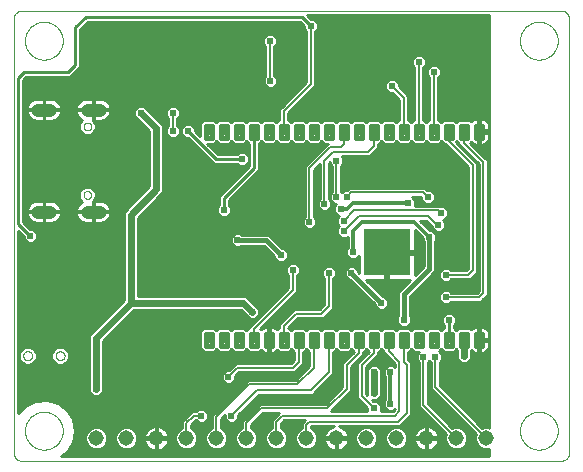
<source format=gbl>
G75*
%MOIN*%
%OFA0B0*%
%FSLAX25Y25*%
%IPPOS*%
%LPD*%
%AMOC8*
5,1,8,0,0,1.08239X$1,22.5*
%
%ADD10C,0.00000*%
%ADD11C,0.01831*%
%ADD12R,0.15748X0.15748*%
%ADD13C,0.05150*%
%ADD14C,0.04362*%
%ADD15C,0.01000*%
%ADD16C,0.02381*%
%ADD17C,0.00800*%
%ADD18C,0.02400*%
%ADD19C,0.01600*%
%ADD20C,0.01200*%
D10*
X0005343Y0035785D02*
X0185343Y0035785D01*
X0185441Y0035787D01*
X0185539Y0035793D01*
X0185637Y0035802D01*
X0185734Y0035816D01*
X0185831Y0035833D01*
X0185927Y0035854D01*
X0186022Y0035879D01*
X0186116Y0035907D01*
X0186208Y0035940D01*
X0186300Y0035975D01*
X0186390Y0036015D01*
X0186478Y0036057D01*
X0186565Y0036104D01*
X0186649Y0036153D01*
X0186732Y0036206D01*
X0186812Y0036262D01*
X0186891Y0036322D01*
X0186967Y0036384D01*
X0187040Y0036449D01*
X0187111Y0036517D01*
X0187179Y0036588D01*
X0187244Y0036661D01*
X0187306Y0036737D01*
X0187366Y0036816D01*
X0187422Y0036896D01*
X0187475Y0036979D01*
X0187524Y0037063D01*
X0187571Y0037150D01*
X0187613Y0037238D01*
X0187653Y0037328D01*
X0187688Y0037420D01*
X0187721Y0037512D01*
X0187749Y0037606D01*
X0187774Y0037701D01*
X0187795Y0037797D01*
X0187812Y0037894D01*
X0187826Y0037991D01*
X0187835Y0038089D01*
X0187841Y0038187D01*
X0187843Y0038285D01*
X0187843Y0183285D01*
X0187841Y0183383D01*
X0187835Y0183481D01*
X0187826Y0183579D01*
X0187812Y0183676D01*
X0187795Y0183773D01*
X0187774Y0183869D01*
X0187749Y0183964D01*
X0187721Y0184058D01*
X0187688Y0184150D01*
X0187653Y0184242D01*
X0187613Y0184332D01*
X0187571Y0184420D01*
X0187524Y0184507D01*
X0187475Y0184591D01*
X0187422Y0184674D01*
X0187366Y0184754D01*
X0187306Y0184833D01*
X0187244Y0184909D01*
X0187179Y0184982D01*
X0187111Y0185053D01*
X0187040Y0185121D01*
X0186967Y0185186D01*
X0186891Y0185248D01*
X0186812Y0185308D01*
X0186732Y0185364D01*
X0186649Y0185417D01*
X0186565Y0185466D01*
X0186478Y0185513D01*
X0186390Y0185555D01*
X0186300Y0185595D01*
X0186208Y0185630D01*
X0186116Y0185663D01*
X0186022Y0185691D01*
X0185927Y0185716D01*
X0185831Y0185737D01*
X0185734Y0185754D01*
X0185637Y0185768D01*
X0185539Y0185777D01*
X0185441Y0185783D01*
X0185343Y0185785D01*
X0005343Y0185785D01*
X0005245Y0185783D01*
X0005147Y0185777D01*
X0005049Y0185768D01*
X0004952Y0185754D01*
X0004855Y0185737D01*
X0004759Y0185716D01*
X0004664Y0185691D01*
X0004570Y0185663D01*
X0004478Y0185630D01*
X0004386Y0185595D01*
X0004296Y0185555D01*
X0004208Y0185513D01*
X0004121Y0185466D01*
X0004037Y0185417D01*
X0003954Y0185364D01*
X0003874Y0185308D01*
X0003795Y0185248D01*
X0003719Y0185186D01*
X0003646Y0185121D01*
X0003575Y0185053D01*
X0003507Y0184982D01*
X0003442Y0184909D01*
X0003380Y0184833D01*
X0003320Y0184754D01*
X0003264Y0184674D01*
X0003211Y0184591D01*
X0003162Y0184507D01*
X0003115Y0184420D01*
X0003073Y0184332D01*
X0003033Y0184242D01*
X0002998Y0184150D01*
X0002965Y0184058D01*
X0002937Y0183964D01*
X0002912Y0183869D01*
X0002891Y0183773D01*
X0002874Y0183676D01*
X0002860Y0183579D01*
X0002851Y0183481D01*
X0002845Y0183383D01*
X0002843Y0183285D01*
X0002843Y0038285D01*
X0002845Y0038187D01*
X0002851Y0038089D01*
X0002860Y0037991D01*
X0002874Y0037894D01*
X0002891Y0037797D01*
X0002912Y0037701D01*
X0002937Y0037606D01*
X0002965Y0037512D01*
X0002998Y0037420D01*
X0003033Y0037328D01*
X0003073Y0037238D01*
X0003115Y0037150D01*
X0003162Y0037063D01*
X0003211Y0036979D01*
X0003264Y0036896D01*
X0003320Y0036816D01*
X0003380Y0036737D01*
X0003442Y0036661D01*
X0003507Y0036588D01*
X0003575Y0036517D01*
X0003646Y0036449D01*
X0003719Y0036384D01*
X0003795Y0036322D01*
X0003874Y0036262D01*
X0003954Y0036206D01*
X0004037Y0036153D01*
X0004121Y0036104D01*
X0004208Y0036057D01*
X0004296Y0036015D01*
X0004386Y0035975D01*
X0004478Y0035940D01*
X0004570Y0035907D01*
X0004664Y0035879D01*
X0004759Y0035854D01*
X0004855Y0035833D01*
X0004952Y0035816D01*
X0005049Y0035802D01*
X0005147Y0035793D01*
X0005245Y0035787D01*
X0005343Y0035785D01*
X0006544Y0045785D02*
X0006546Y0045943D01*
X0006552Y0046101D01*
X0006562Y0046259D01*
X0006576Y0046417D01*
X0006594Y0046574D01*
X0006615Y0046731D01*
X0006641Y0046887D01*
X0006671Y0047043D01*
X0006704Y0047198D01*
X0006742Y0047351D01*
X0006783Y0047504D01*
X0006828Y0047656D01*
X0006877Y0047807D01*
X0006930Y0047956D01*
X0006986Y0048104D01*
X0007046Y0048250D01*
X0007110Y0048395D01*
X0007178Y0048538D01*
X0007249Y0048680D01*
X0007323Y0048820D01*
X0007401Y0048957D01*
X0007483Y0049093D01*
X0007567Y0049227D01*
X0007656Y0049358D01*
X0007747Y0049487D01*
X0007842Y0049614D01*
X0007939Y0049739D01*
X0008040Y0049861D01*
X0008144Y0049980D01*
X0008251Y0050097D01*
X0008361Y0050211D01*
X0008474Y0050322D01*
X0008589Y0050431D01*
X0008707Y0050536D01*
X0008828Y0050638D01*
X0008951Y0050738D01*
X0009077Y0050834D01*
X0009205Y0050927D01*
X0009335Y0051017D01*
X0009468Y0051103D01*
X0009603Y0051187D01*
X0009739Y0051266D01*
X0009878Y0051343D01*
X0010019Y0051415D01*
X0010161Y0051485D01*
X0010305Y0051550D01*
X0010451Y0051612D01*
X0010598Y0051670D01*
X0010747Y0051725D01*
X0010897Y0051776D01*
X0011048Y0051823D01*
X0011200Y0051866D01*
X0011353Y0051905D01*
X0011508Y0051941D01*
X0011663Y0051972D01*
X0011819Y0052000D01*
X0011975Y0052024D01*
X0012132Y0052044D01*
X0012290Y0052060D01*
X0012447Y0052072D01*
X0012606Y0052080D01*
X0012764Y0052084D01*
X0012922Y0052084D01*
X0013080Y0052080D01*
X0013239Y0052072D01*
X0013396Y0052060D01*
X0013554Y0052044D01*
X0013711Y0052024D01*
X0013867Y0052000D01*
X0014023Y0051972D01*
X0014178Y0051941D01*
X0014333Y0051905D01*
X0014486Y0051866D01*
X0014638Y0051823D01*
X0014789Y0051776D01*
X0014939Y0051725D01*
X0015088Y0051670D01*
X0015235Y0051612D01*
X0015381Y0051550D01*
X0015525Y0051485D01*
X0015667Y0051415D01*
X0015808Y0051343D01*
X0015947Y0051266D01*
X0016083Y0051187D01*
X0016218Y0051103D01*
X0016351Y0051017D01*
X0016481Y0050927D01*
X0016609Y0050834D01*
X0016735Y0050738D01*
X0016858Y0050638D01*
X0016979Y0050536D01*
X0017097Y0050431D01*
X0017212Y0050322D01*
X0017325Y0050211D01*
X0017435Y0050097D01*
X0017542Y0049980D01*
X0017646Y0049861D01*
X0017747Y0049739D01*
X0017844Y0049614D01*
X0017939Y0049487D01*
X0018030Y0049358D01*
X0018119Y0049227D01*
X0018203Y0049093D01*
X0018285Y0048957D01*
X0018363Y0048820D01*
X0018437Y0048680D01*
X0018508Y0048538D01*
X0018576Y0048395D01*
X0018640Y0048250D01*
X0018700Y0048104D01*
X0018756Y0047956D01*
X0018809Y0047807D01*
X0018858Y0047656D01*
X0018903Y0047504D01*
X0018944Y0047351D01*
X0018982Y0047198D01*
X0019015Y0047043D01*
X0019045Y0046887D01*
X0019071Y0046731D01*
X0019092Y0046574D01*
X0019110Y0046417D01*
X0019124Y0046259D01*
X0019134Y0046101D01*
X0019140Y0045943D01*
X0019142Y0045785D01*
X0019140Y0045627D01*
X0019134Y0045469D01*
X0019124Y0045311D01*
X0019110Y0045153D01*
X0019092Y0044996D01*
X0019071Y0044839D01*
X0019045Y0044683D01*
X0019015Y0044527D01*
X0018982Y0044372D01*
X0018944Y0044219D01*
X0018903Y0044066D01*
X0018858Y0043914D01*
X0018809Y0043763D01*
X0018756Y0043614D01*
X0018700Y0043466D01*
X0018640Y0043320D01*
X0018576Y0043175D01*
X0018508Y0043032D01*
X0018437Y0042890D01*
X0018363Y0042750D01*
X0018285Y0042613D01*
X0018203Y0042477D01*
X0018119Y0042343D01*
X0018030Y0042212D01*
X0017939Y0042083D01*
X0017844Y0041956D01*
X0017747Y0041831D01*
X0017646Y0041709D01*
X0017542Y0041590D01*
X0017435Y0041473D01*
X0017325Y0041359D01*
X0017212Y0041248D01*
X0017097Y0041139D01*
X0016979Y0041034D01*
X0016858Y0040932D01*
X0016735Y0040832D01*
X0016609Y0040736D01*
X0016481Y0040643D01*
X0016351Y0040553D01*
X0016218Y0040467D01*
X0016083Y0040383D01*
X0015947Y0040304D01*
X0015808Y0040227D01*
X0015667Y0040155D01*
X0015525Y0040085D01*
X0015381Y0040020D01*
X0015235Y0039958D01*
X0015088Y0039900D01*
X0014939Y0039845D01*
X0014789Y0039794D01*
X0014638Y0039747D01*
X0014486Y0039704D01*
X0014333Y0039665D01*
X0014178Y0039629D01*
X0014023Y0039598D01*
X0013867Y0039570D01*
X0013711Y0039546D01*
X0013554Y0039526D01*
X0013396Y0039510D01*
X0013239Y0039498D01*
X0013080Y0039490D01*
X0012922Y0039486D01*
X0012764Y0039486D01*
X0012606Y0039490D01*
X0012447Y0039498D01*
X0012290Y0039510D01*
X0012132Y0039526D01*
X0011975Y0039546D01*
X0011819Y0039570D01*
X0011663Y0039598D01*
X0011508Y0039629D01*
X0011353Y0039665D01*
X0011200Y0039704D01*
X0011048Y0039747D01*
X0010897Y0039794D01*
X0010747Y0039845D01*
X0010598Y0039900D01*
X0010451Y0039958D01*
X0010305Y0040020D01*
X0010161Y0040085D01*
X0010019Y0040155D01*
X0009878Y0040227D01*
X0009739Y0040304D01*
X0009603Y0040383D01*
X0009468Y0040467D01*
X0009335Y0040553D01*
X0009205Y0040643D01*
X0009077Y0040736D01*
X0008951Y0040832D01*
X0008828Y0040932D01*
X0008707Y0041034D01*
X0008589Y0041139D01*
X0008474Y0041248D01*
X0008361Y0041359D01*
X0008251Y0041473D01*
X0008144Y0041590D01*
X0008040Y0041709D01*
X0007939Y0041831D01*
X0007842Y0041956D01*
X0007747Y0042083D01*
X0007656Y0042212D01*
X0007567Y0042343D01*
X0007483Y0042477D01*
X0007401Y0042613D01*
X0007323Y0042750D01*
X0007249Y0042890D01*
X0007178Y0043032D01*
X0007110Y0043175D01*
X0007046Y0043320D01*
X0006986Y0043466D01*
X0006930Y0043614D01*
X0006877Y0043763D01*
X0006828Y0043914D01*
X0006783Y0044066D01*
X0006742Y0044219D01*
X0006704Y0044372D01*
X0006671Y0044527D01*
X0006641Y0044683D01*
X0006615Y0044839D01*
X0006594Y0044996D01*
X0006576Y0045153D01*
X0006562Y0045311D01*
X0006552Y0045469D01*
X0006546Y0045627D01*
X0006544Y0045785D01*
X0005953Y0070785D02*
X0005955Y0070862D01*
X0005961Y0070938D01*
X0005971Y0071014D01*
X0005985Y0071089D01*
X0006002Y0071164D01*
X0006024Y0071237D01*
X0006049Y0071310D01*
X0006079Y0071381D01*
X0006111Y0071450D01*
X0006148Y0071517D01*
X0006187Y0071583D01*
X0006230Y0071646D01*
X0006277Y0071707D01*
X0006326Y0071766D01*
X0006379Y0071822D01*
X0006434Y0071875D01*
X0006492Y0071925D01*
X0006552Y0071972D01*
X0006615Y0072016D01*
X0006680Y0072057D01*
X0006747Y0072094D01*
X0006816Y0072128D01*
X0006886Y0072158D01*
X0006958Y0072184D01*
X0007032Y0072206D01*
X0007106Y0072225D01*
X0007181Y0072240D01*
X0007257Y0072251D01*
X0007333Y0072258D01*
X0007410Y0072261D01*
X0007486Y0072260D01*
X0007563Y0072255D01*
X0007639Y0072246D01*
X0007715Y0072233D01*
X0007789Y0072216D01*
X0007863Y0072196D01*
X0007936Y0072171D01*
X0008007Y0072143D01*
X0008077Y0072111D01*
X0008145Y0072076D01*
X0008211Y0072037D01*
X0008275Y0071995D01*
X0008336Y0071949D01*
X0008396Y0071900D01*
X0008452Y0071849D01*
X0008506Y0071794D01*
X0008557Y0071737D01*
X0008605Y0071677D01*
X0008650Y0071615D01*
X0008691Y0071550D01*
X0008729Y0071484D01*
X0008764Y0071416D01*
X0008794Y0071345D01*
X0008822Y0071274D01*
X0008845Y0071201D01*
X0008865Y0071127D01*
X0008881Y0071052D01*
X0008893Y0070976D01*
X0008901Y0070900D01*
X0008905Y0070823D01*
X0008905Y0070747D01*
X0008901Y0070670D01*
X0008893Y0070594D01*
X0008881Y0070518D01*
X0008865Y0070443D01*
X0008845Y0070369D01*
X0008822Y0070296D01*
X0008794Y0070225D01*
X0008764Y0070154D01*
X0008729Y0070086D01*
X0008691Y0070020D01*
X0008650Y0069955D01*
X0008605Y0069893D01*
X0008557Y0069833D01*
X0008506Y0069776D01*
X0008452Y0069721D01*
X0008396Y0069670D01*
X0008336Y0069621D01*
X0008275Y0069575D01*
X0008211Y0069533D01*
X0008145Y0069494D01*
X0008077Y0069459D01*
X0008007Y0069427D01*
X0007936Y0069399D01*
X0007863Y0069374D01*
X0007789Y0069354D01*
X0007715Y0069337D01*
X0007639Y0069324D01*
X0007563Y0069315D01*
X0007486Y0069310D01*
X0007410Y0069309D01*
X0007333Y0069312D01*
X0007257Y0069319D01*
X0007181Y0069330D01*
X0007106Y0069345D01*
X0007032Y0069364D01*
X0006958Y0069386D01*
X0006886Y0069412D01*
X0006816Y0069442D01*
X0006747Y0069476D01*
X0006680Y0069513D01*
X0006615Y0069554D01*
X0006552Y0069598D01*
X0006492Y0069645D01*
X0006434Y0069695D01*
X0006379Y0069748D01*
X0006326Y0069804D01*
X0006277Y0069863D01*
X0006230Y0069924D01*
X0006187Y0069987D01*
X0006148Y0070053D01*
X0006111Y0070120D01*
X0006079Y0070189D01*
X0006049Y0070260D01*
X0006024Y0070333D01*
X0006002Y0070406D01*
X0005985Y0070481D01*
X0005971Y0070556D01*
X0005961Y0070632D01*
X0005955Y0070708D01*
X0005953Y0070785D01*
X0016780Y0070785D02*
X0016782Y0070862D01*
X0016788Y0070938D01*
X0016798Y0071014D01*
X0016812Y0071089D01*
X0016829Y0071164D01*
X0016851Y0071237D01*
X0016876Y0071310D01*
X0016906Y0071381D01*
X0016938Y0071450D01*
X0016975Y0071517D01*
X0017014Y0071583D01*
X0017057Y0071646D01*
X0017104Y0071707D01*
X0017153Y0071766D01*
X0017206Y0071822D01*
X0017261Y0071875D01*
X0017319Y0071925D01*
X0017379Y0071972D01*
X0017442Y0072016D01*
X0017507Y0072057D01*
X0017574Y0072094D01*
X0017643Y0072128D01*
X0017713Y0072158D01*
X0017785Y0072184D01*
X0017859Y0072206D01*
X0017933Y0072225D01*
X0018008Y0072240D01*
X0018084Y0072251D01*
X0018160Y0072258D01*
X0018237Y0072261D01*
X0018313Y0072260D01*
X0018390Y0072255D01*
X0018466Y0072246D01*
X0018542Y0072233D01*
X0018616Y0072216D01*
X0018690Y0072196D01*
X0018763Y0072171D01*
X0018834Y0072143D01*
X0018904Y0072111D01*
X0018972Y0072076D01*
X0019038Y0072037D01*
X0019102Y0071995D01*
X0019163Y0071949D01*
X0019223Y0071900D01*
X0019279Y0071849D01*
X0019333Y0071794D01*
X0019384Y0071737D01*
X0019432Y0071677D01*
X0019477Y0071615D01*
X0019518Y0071550D01*
X0019556Y0071484D01*
X0019591Y0071416D01*
X0019621Y0071345D01*
X0019649Y0071274D01*
X0019672Y0071201D01*
X0019692Y0071127D01*
X0019708Y0071052D01*
X0019720Y0070976D01*
X0019728Y0070900D01*
X0019732Y0070823D01*
X0019732Y0070747D01*
X0019728Y0070670D01*
X0019720Y0070594D01*
X0019708Y0070518D01*
X0019692Y0070443D01*
X0019672Y0070369D01*
X0019649Y0070296D01*
X0019621Y0070225D01*
X0019591Y0070154D01*
X0019556Y0070086D01*
X0019518Y0070020D01*
X0019477Y0069955D01*
X0019432Y0069893D01*
X0019384Y0069833D01*
X0019333Y0069776D01*
X0019279Y0069721D01*
X0019223Y0069670D01*
X0019163Y0069621D01*
X0019102Y0069575D01*
X0019038Y0069533D01*
X0018972Y0069494D01*
X0018904Y0069459D01*
X0018834Y0069427D01*
X0018763Y0069399D01*
X0018690Y0069374D01*
X0018616Y0069354D01*
X0018542Y0069337D01*
X0018466Y0069324D01*
X0018390Y0069315D01*
X0018313Y0069310D01*
X0018237Y0069309D01*
X0018160Y0069312D01*
X0018084Y0069319D01*
X0018008Y0069330D01*
X0017933Y0069345D01*
X0017859Y0069364D01*
X0017785Y0069386D01*
X0017713Y0069412D01*
X0017643Y0069442D01*
X0017574Y0069476D01*
X0017507Y0069513D01*
X0017442Y0069554D01*
X0017379Y0069598D01*
X0017319Y0069645D01*
X0017261Y0069695D01*
X0017206Y0069748D01*
X0017153Y0069804D01*
X0017104Y0069863D01*
X0017057Y0069924D01*
X0017014Y0069987D01*
X0016975Y0070053D01*
X0016938Y0070120D01*
X0016906Y0070189D01*
X0016876Y0070260D01*
X0016851Y0070333D01*
X0016829Y0070406D01*
X0016812Y0070481D01*
X0016798Y0070556D01*
X0016788Y0070632D01*
X0016782Y0070708D01*
X0016780Y0070785D01*
X0026051Y0124407D02*
X0026053Y0124478D01*
X0026059Y0124549D01*
X0026069Y0124620D01*
X0026083Y0124689D01*
X0026100Y0124758D01*
X0026122Y0124826D01*
X0026147Y0124893D01*
X0026176Y0124958D01*
X0026208Y0125021D01*
X0026244Y0125083D01*
X0026283Y0125142D01*
X0026326Y0125199D01*
X0026371Y0125254D01*
X0026420Y0125306D01*
X0026471Y0125355D01*
X0026525Y0125401D01*
X0026582Y0125445D01*
X0026640Y0125485D01*
X0026701Y0125521D01*
X0026764Y0125555D01*
X0026829Y0125584D01*
X0026895Y0125610D01*
X0026963Y0125633D01*
X0027031Y0125651D01*
X0027101Y0125666D01*
X0027171Y0125677D01*
X0027242Y0125684D01*
X0027313Y0125687D01*
X0027384Y0125686D01*
X0027455Y0125681D01*
X0027526Y0125672D01*
X0027596Y0125659D01*
X0027665Y0125643D01*
X0027733Y0125622D01*
X0027800Y0125598D01*
X0027866Y0125570D01*
X0027929Y0125538D01*
X0027991Y0125503D01*
X0028051Y0125465D01*
X0028109Y0125423D01*
X0028164Y0125379D01*
X0028217Y0125331D01*
X0028267Y0125280D01*
X0028314Y0125227D01*
X0028358Y0125171D01*
X0028399Y0125113D01*
X0028437Y0125052D01*
X0028471Y0124990D01*
X0028501Y0124925D01*
X0028528Y0124860D01*
X0028552Y0124792D01*
X0028571Y0124724D01*
X0028587Y0124655D01*
X0028599Y0124584D01*
X0028607Y0124514D01*
X0028611Y0124443D01*
X0028611Y0124371D01*
X0028607Y0124300D01*
X0028599Y0124230D01*
X0028587Y0124159D01*
X0028571Y0124090D01*
X0028552Y0124022D01*
X0028528Y0123954D01*
X0028501Y0123889D01*
X0028471Y0123824D01*
X0028437Y0123762D01*
X0028399Y0123701D01*
X0028358Y0123643D01*
X0028314Y0123587D01*
X0028267Y0123534D01*
X0028217Y0123483D01*
X0028164Y0123435D01*
X0028109Y0123391D01*
X0028051Y0123349D01*
X0027991Y0123311D01*
X0027929Y0123276D01*
X0027866Y0123244D01*
X0027800Y0123216D01*
X0027733Y0123192D01*
X0027665Y0123171D01*
X0027596Y0123155D01*
X0027526Y0123142D01*
X0027455Y0123133D01*
X0027384Y0123128D01*
X0027313Y0123127D01*
X0027242Y0123130D01*
X0027171Y0123137D01*
X0027101Y0123148D01*
X0027031Y0123163D01*
X0026963Y0123181D01*
X0026895Y0123204D01*
X0026829Y0123230D01*
X0026764Y0123259D01*
X0026701Y0123293D01*
X0026640Y0123329D01*
X0026582Y0123369D01*
X0026525Y0123413D01*
X0026471Y0123459D01*
X0026420Y0123508D01*
X0026371Y0123560D01*
X0026326Y0123615D01*
X0026283Y0123672D01*
X0026244Y0123731D01*
X0026208Y0123793D01*
X0026176Y0123856D01*
X0026147Y0123921D01*
X0026122Y0123988D01*
X0026100Y0124056D01*
X0026083Y0124125D01*
X0026069Y0124194D01*
X0026059Y0124265D01*
X0026053Y0124336D01*
X0026051Y0124407D01*
X0026051Y0147163D02*
X0026053Y0147234D01*
X0026059Y0147305D01*
X0026069Y0147376D01*
X0026083Y0147445D01*
X0026100Y0147514D01*
X0026122Y0147582D01*
X0026147Y0147649D01*
X0026176Y0147714D01*
X0026208Y0147777D01*
X0026244Y0147839D01*
X0026283Y0147898D01*
X0026326Y0147955D01*
X0026371Y0148010D01*
X0026420Y0148062D01*
X0026471Y0148111D01*
X0026525Y0148157D01*
X0026582Y0148201D01*
X0026640Y0148241D01*
X0026701Y0148277D01*
X0026764Y0148311D01*
X0026829Y0148340D01*
X0026895Y0148366D01*
X0026963Y0148389D01*
X0027031Y0148407D01*
X0027101Y0148422D01*
X0027171Y0148433D01*
X0027242Y0148440D01*
X0027313Y0148443D01*
X0027384Y0148442D01*
X0027455Y0148437D01*
X0027526Y0148428D01*
X0027596Y0148415D01*
X0027665Y0148399D01*
X0027733Y0148378D01*
X0027800Y0148354D01*
X0027866Y0148326D01*
X0027929Y0148294D01*
X0027991Y0148259D01*
X0028051Y0148221D01*
X0028109Y0148179D01*
X0028164Y0148135D01*
X0028217Y0148087D01*
X0028267Y0148036D01*
X0028314Y0147983D01*
X0028358Y0147927D01*
X0028399Y0147869D01*
X0028437Y0147808D01*
X0028471Y0147746D01*
X0028501Y0147681D01*
X0028528Y0147616D01*
X0028552Y0147548D01*
X0028571Y0147480D01*
X0028587Y0147411D01*
X0028599Y0147340D01*
X0028607Y0147270D01*
X0028611Y0147199D01*
X0028611Y0147127D01*
X0028607Y0147056D01*
X0028599Y0146986D01*
X0028587Y0146915D01*
X0028571Y0146846D01*
X0028552Y0146778D01*
X0028528Y0146710D01*
X0028501Y0146645D01*
X0028471Y0146580D01*
X0028437Y0146518D01*
X0028399Y0146457D01*
X0028358Y0146399D01*
X0028314Y0146343D01*
X0028267Y0146290D01*
X0028217Y0146239D01*
X0028164Y0146191D01*
X0028109Y0146147D01*
X0028051Y0146105D01*
X0027991Y0146067D01*
X0027929Y0146032D01*
X0027866Y0146000D01*
X0027800Y0145972D01*
X0027733Y0145948D01*
X0027665Y0145927D01*
X0027596Y0145911D01*
X0027526Y0145898D01*
X0027455Y0145889D01*
X0027384Y0145884D01*
X0027313Y0145883D01*
X0027242Y0145886D01*
X0027171Y0145893D01*
X0027101Y0145904D01*
X0027031Y0145919D01*
X0026963Y0145937D01*
X0026895Y0145960D01*
X0026829Y0145986D01*
X0026764Y0146015D01*
X0026701Y0146049D01*
X0026640Y0146085D01*
X0026582Y0146125D01*
X0026525Y0146169D01*
X0026471Y0146215D01*
X0026420Y0146264D01*
X0026371Y0146316D01*
X0026326Y0146371D01*
X0026283Y0146428D01*
X0026244Y0146487D01*
X0026208Y0146549D01*
X0026176Y0146612D01*
X0026147Y0146677D01*
X0026122Y0146744D01*
X0026100Y0146812D01*
X0026083Y0146881D01*
X0026069Y0146950D01*
X0026059Y0147021D01*
X0026053Y0147092D01*
X0026051Y0147163D01*
X0006544Y0175785D02*
X0006546Y0175943D01*
X0006552Y0176101D01*
X0006562Y0176259D01*
X0006576Y0176417D01*
X0006594Y0176574D01*
X0006615Y0176731D01*
X0006641Y0176887D01*
X0006671Y0177043D01*
X0006704Y0177198D01*
X0006742Y0177351D01*
X0006783Y0177504D01*
X0006828Y0177656D01*
X0006877Y0177807D01*
X0006930Y0177956D01*
X0006986Y0178104D01*
X0007046Y0178250D01*
X0007110Y0178395D01*
X0007178Y0178538D01*
X0007249Y0178680D01*
X0007323Y0178820D01*
X0007401Y0178957D01*
X0007483Y0179093D01*
X0007567Y0179227D01*
X0007656Y0179358D01*
X0007747Y0179487D01*
X0007842Y0179614D01*
X0007939Y0179739D01*
X0008040Y0179861D01*
X0008144Y0179980D01*
X0008251Y0180097D01*
X0008361Y0180211D01*
X0008474Y0180322D01*
X0008589Y0180431D01*
X0008707Y0180536D01*
X0008828Y0180638D01*
X0008951Y0180738D01*
X0009077Y0180834D01*
X0009205Y0180927D01*
X0009335Y0181017D01*
X0009468Y0181103D01*
X0009603Y0181187D01*
X0009739Y0181266D01*
X0009878Y0181343D01*
X0010019Y0181415D01*
X0010161Y0181485D01*
X0010305Y0181550D01*
X0010451Y0181612D01*
X0010598Y0181670D01*
X0010747Y0181725D01*
X0010897Y0181776D01*
X0011048Y0181823D01*
X0011200Y0181866D01*
X0011353Y0181905D01*
X0011508Y0181941D01*
X0011663Y0181972D01*
X0011819Y0182000D01*
X0011975Y0182024D01*
X0012132Y0182044D01*
X0012290Y0182060D01*
X0012447Y0182072D01*
X0012606Y0182080D01*
X0012764Y0182084D01*
X0012922Y0182084D01*
X0013080Y0182080D01*
X0013239Y0182072D01*
X0013396Y0182060D01*
X0013554Y0182044D01*
X0013711Y0182024D01*
X0013867Y0182000D01*
X0014023Y0181972D01*
X0014178Y0181941D01*
X0014333Y0181905D01*
X0014486Y0181866D01*
X0014638Y0181823D01*
X0014789Y0181776D01*
X0014939Y0181725D01*
X0015088Y0181670D01*
X0015235Y0181612D01*
X0015381Y0181550D01*
X0015525Y0181485D01*
X0015667Y0181415D01*
X0015808Y0181343D01*
X0015947Y0181266D01*
X0016083Y0181187D01*
X0016218Y0181103D01*
X0016351Y0181017D01*
X0016481Y0180927D01*
X0016609Y0180834D01*
X0016735Y0180738D01*
X0016858Y0180638D01*
X0016979Y0180536D01*
X0017097Y0180431D01*
X0017212Y0180322D01*
X0017325Y0180211D01*
X0017435Y0180097D01*
X0017542Y0179980D01*
X0017646Y0179861D01*
X0017747Y0179739D01*
X0017844Y0179614D01*
X0017939Y0179487D01*
X0018030Y0179358D01*
X0018119Y0179227D01*
X0018203Y0179093D01*
X0018285Y0178957D01*
X0018363Y0178820D01*
X0018437Y0178680D01*
X0018508Y0178538D01*
X0018576Y0178395D01*
X0018640Y0178250D01*
X0018700Y0178104D01*
X0018756Y0177956D01*
X0018809Y0177807D01*
X0018858Y0177656D01*
X0018903Y0177504D01*
X0018944Y0177351D01*
X0018982Y0177198D01*
X0019015Y0177043D01*
X0019045Y0176887D01*
X0019071Y0176731D01*
X0019092Y0176574D01*
X0019110Y0176417D01*
X0019124Y0176259D01*
X0019134Y0176101D01*
X0019140Y0175943D01*
X0019142Y0175785D01*
X0019140Y0175627D01*
X0019134Y0175469D01*
X0019124Y0175311D01*
X0019110Y0175153D01*
X0019092Y0174996D01*
X0019071Y0174839D01*
X0019045Y0174683D01*
X0019015Y0174527D01*
X0018982Y0174372D01*
X0018944Y0174219D01*
X0018903Y0174066D01*
X0018858Y0173914D01*
X0018809Y0173763D01*
X0018756Y0173614D01*
X0018700Y0173466D01*
X0018640Y0173320D01*
X0018576Y0173175D01*
X0018508Y0173032D01*
X0018437Y0172890D01*
X0018363Y0172750D01*
X0018285Y0172613D01*
X0018203Y0172477D01*
X0018119Y0172343D01*
X0018030Y0172212D01*
X0017939Y0172083D01*
X0017844Y0171956D01*
X0017747Y0171831D01*
X0017646Y0171709D01*
X0017542Y0171590D01*
X0017435Y0171473D01*
X0017325Y0171359D01*
X0017212Y0171248D01*
X0017097Y0171139D01*
X0016979Y0171034D01*
X0016858Y0170932D01*
X0016735Y0170832D01*
X0016609Y0170736D01*
X0016481Y0170643D01*
X0016351Y0170553D01*
X0016218Y0170467D01*
X0016083Y0170383D01*
X0015947Y0170304D01*
X0015808Y0170227D01*
X0015667Y0170155D01*
X0015525Y0170085D01*
X0015381Y0170020D01*
X0015235Y0169958D01*
X0015088Y0169900D01*
X0014939Y0169845D01*
X0014789Y0169794D01*
X0014638Y0169747D01*
X0014486Y0169704D01*
X0014333Y0169665D01*
X0014178Y0169629D01*
X0014023Y0169598D01*
X0013867Y0169570D01*
X0013711Y0169546D01*
X0013554Y0169526D01*
X0013396Y0169510D01*
X0013239Y0169498D01*
X0013080Y0169490D01*
X0012922Y0169486D01*
X0012764Y0169486D01*
X0012606Y0169490D01*
X0012447Y0169498D01*
X0012290Y0169510D01*
X0012132Y0169526D01*
X0011975Y0169546D01*
X0011819Y0169570D01*
X0011663Y0169598D01*
X0011508Y0169629D01*
X0011353Y0169665D01*
X0011200Y0169704D01*
X0011048Y0169747D01*
X0010897Y0169794D01*
X0010747Y0169845D01*
X0010598Y0169900D01*
X0010451Y0169958D01*
X0010305Y0170020D01*
X0010161Y0170085D01*
X0010019Y0170155D01*
X0009878Y0170227D01*
X0009739Y0170304D01*
X0009603Y0170383D01*
X0009468Y0170467D01*
X0009335Y0170553D01*
X0009205Y0170643D01*
X0009077Y0170736D01*
X0008951Y0170832D01*
X0008828Y0170932D01*
X0008707Y0171034D01*
X0008589Y0171139D01*
X0008474Y0171248D01*
X0008361Y0171359D01*
X0008251Y0171473D01*
X0008144Y0171590D01*
X0008040Y0171709D01*
X0007939Y0171831D01*
X0007842Y0171956D01*
X0007747Y0172083D01*
X0007656Y0172212D01*
X0007567Y0172343D01*
X0007483Y0172477D01*
X0007401Y0172613D01*
X0007323Y0172750D01*
X0007249Y0172890D01*
X0007178Y0173032D01*
X0007110Y0173175D01*
X0007046Y0173320D01*
X0006986Y0173466D01*
X0006930Y0173614D01*
X0006877Y0173763D01*
X0006828Y0173914D01*
X0006783Y0174066D01*
X0006742Y0174219D01*
X0006704Y0174372D01*
X0006671Y0174527D01*
X0006641Y0174683D01*
X0006615Y0174839D01*
X0006594Y0174996D01*
X0006576Y0175153D01*
X0006562Y0175311D01*
X0006552Y0175469D01*
X0006546Y0175627D01*
X0006544Y0175785D01*
X0171544Y0175785D02*
X0171546Y0175943D01*
X0171552Y0176101D01*
X0171562Y0176259D01*
X0171576Y0176417D01*
X0171594Y0176574D01*
X0171615Y0176731D01*
X0171641Y0176887D01*
X0171671Y0177043D01*
X0171704Y0177198D01*
X0171742Y0177351D01*
X0171783Y0177504D01*
X0171828Y0177656D01*
X0171877Y0177807D01*
X0171930Y0177956D01*
X0171986Y0178104D01*
X0172046Y0178250D01*
X0172110Y0178395D01*
X0172178Y0178538D01*
X0172249Y0178680D01*
X0172323Y0178820D01*
X0172401Y0178957D01*
X0172483Y0179093D01*
X0172567Y0179227D01*
X0172656Y0179358D01*
X0172747Y0179487D01*
X0172842Y0179614D01*
X0172939Y0179739D01*
X0173040Y0179861D01*
X0173144Y0179980D01*
X0173251Y0180097D01*
X0173361Y0180211D01*
X0173474Y0180322D01*
X0173589Y0180431D01*
X0173707Y0180536D01*
X0173828Y0180638D01*
X0173951Y0180738D01*
X0174077Y0180834D01*
X0174205Y0180927D01*
X0174335Y0181017D01*
X0174468Y0181103D01*
X0174603Y0181187D01*
X0174739Y0181266D01*
X0174878Y0181343D01*
X0175019Y0181415D01*
X0175161Y0181485D01*
X0175305Y0181550D01*
X0175451Y0181612D01*
X0175598Y0181670D01*
X0175747Y0181725D01*
X0175897Y0181776D01*
X0176048Y0181823D01*
X0176200Y0181866D01*
X0176353Y0181905D01*
X0176508Y0181941D01*
X0176663Y0181972D01*
X0176819Y0182000D01*
X0176975Y0182024D01*
X0177132Y0182044D01*
X0177290Y0182060D01*
X0177447Y0182072D01*
X0177606Y0182080D01*
X0177764Y0182084D01*
X0177922Y0182084D01*
X0178080Y0182080D01*
X0178239Y0182072D01*
X0178396Y0182060D01*
X0178554Y0182044D01*
X0178711Y0182024D01*
X0178867Y0182000D01*
X0179023Y0181972D01*
X0179178Y0181941D01*
X0179333Y0181905D01*
X0179486Y0181866D01*
X0179638Y0181823D01*
X0179789Y0181776D01*
X0179939Y0181725D01*
X0180088Y0181670D01*
X0180235Y0181612D01*
X0180381Y0181550D01*
X0180525Y0181485D01*
X0180667Y0181415D01*
X0180808Y0181343D01*
X0180947Y0181266D01*
X0181083Y0181187D01*
X0181218Y0181103D01*
X0181351Y0181017D01*
X0181481Y0180927D01*
X0181609Y0180834D01*
X0181735Y0180738D01*
X0181858Y0180638D01*
X0181979Y0180536D01*
X0182097Y0180431D01*
X0182212Y0180322D01*
X0182325Y0180211D01*
X0182435Y0180097D01*
X0182542Y0179980D01*
X0182646Y0179861D01*
X0182747Y0179739D01*
X0182844Y0179614D01*
X0182939Y0179487D01*
X0183030Y0179358D01*
X0183119Y0179227D01*
X0183203Y0179093D01*
X0183285Y0178957D01*
X0183363Y0178820D01*
X0183437Y0178680D01*
X0183508Y0178538D01*
X0183576Y0178395D01*
X0183640Y0178250D01*
X0183700Y0178104D01*
X0183756Y0177956D01*
X0183809Y0177807D01*
X0183858Y0177656D01*
X0183903Y0177504D01*
X0183944Y0177351D01*
X0183982Y0177198D01*
X0184015Y0177043D01*
X0184045Y0176887D01*
X0184071Y0176731D01*
X0184092Y0176574D01*
X0184110Y0176417D01*
X0184124Y0176259D01*
X0184134Y0176101D01*
X0184140Y0175943D01*
X0184142Y0175785D01*
X0184140Y0175627D01*
X0184134Y0175469D01*
X0184124Y0175311D01*
X0184110Y0175153D01*
X0184092Y0174996D01*
X0184071Y0174839D01*
X0184045Y0174683D01*
X0184015Y0174527D01*
X0183982Y0174372D01*
X0183944Y0174219D01*
X0183903Y0174066D01*
X0183858Y0173914D01*
X0183809Y0173763D01*
X0183756Y0173614D01*
X0183700Y0173466D01*
X0183640Y0173320D01*
X0183576Y0173175D01*
X0183508Y0173032D01*
X0183437Y0172890D01*
X0183363Y0172750D01*
X0183285Y0172613D01*
X0183203Y0172477D01*
X0183119Y0172343D01*
X0183030Y0172212D01*
X0182939Y0172083D01*
X0182844Y0171956D01*
X0182747Y0171831D01*
X0182646Y0171709D01*
X0182542Y0171590D01*
X0182435Y0171473D01*
X0182325Y0171359D01*
X0182212Y0171248D01*
X0182097Y0171139D01*
X0181979Y0171034D01*
X0181858Y0170932D01*
X0181735Y0170832D01*
X0181609Y0170736D01*
X0181481Y0170643D01*
X0181351Y0170553D01*
X0181218Y0170467D01*
X0181083Y0170383D01*
X0180947Y0170304D01*
X0180808Y0170227D01*
X0180667Y0170155D01*
X0180525Y0170085D01*
X0180381Y0170020D01*
X0180235Y0169958D01*
X0180088Y0169900D01*
X0179939Y0169845D01*
X0179789Y0169794D01*
X0179638Y0169747D01*
X0179486Y0169704D01*
X0179333Y0169665D01*
X0179178Y0169629D01*
X0179023Y0169598D01*
X0178867Y0169570D01*
X0178711Y0169546D01*
X0178554Y0169526D01*
X0178396Y0169510D01*
X0178239Y0169498D01*
X0178080Y0169490D01*
X0177922Y0169486D01*
X0177764Y0169486D01*
X0177606Y0169490D01*
X0177447Y0169498D01*
X0177290Y0169510D01*
X0177132Y0169526D01*
X0176975Y0169546D01*
X0176819Y0169570D01*
X0176663Y0169598D01*
X0176508Y0169629D01*
X0176353Y0169665D01*
X0176200Y0169704D01*
X0176048Y0169747D01*
X0175897Y0169794D01*
X0175747Y0169845D01*
X0175598Y0169900D01*
X0175451Y0169958D01*
X0175305Y0170020D01*
X0175161Y0170085D01*
X0175019Y0170155D01*
X0174878Y0170227D01*
X0174739Y0170304D01*
X0174603Y0170383D01*
X0174468Y0170467D01*
X0174335Y0170553D01*
X0174205Y0170643D01*
X0174077Y0170736D01*
X0173951Y0170832D01*
X0173828Y0170932D01*
X0173707Y0171034D01*
X0173589Y0171139D01*
X0173474Y0171248D01*
X0173361Y0171359D01*
X0173251Y0171473D01*
X0173144Y0171590D01*
X0173040Y0171709D01*
X0172939Y0171831D01*
X0172842Y0171956D01*
X0172747Y0172083D01*
X0172656Y0172212D01*
X0172567Y0172343D01*
X0172483Y0172477D01*
X0172401Y0172613D01*
X0172323Y0172750D01*
X0172249Y0172890D01*
X0172178Y0173032D01*
X0172110Y0173175D01*
X0172046Y0173320D01*
X0171986Y0173466D01*
X0171930Y0173614D01*
X0171877Y0173763D01*
X0171828Y0173914D01*
X0171783Y0174066D01*
X0171742Y0174219D01*
X0171704Y0174372D01*
X0171671Y0174527D01*
X0171641Y0174683D01*
X0171615Y0174839D01*
X0171594Y0174996D01*
X0171576Y0175153D01*
X0171562Y0175311D01*
X0171552Y0175469D01*
X0171546Y0175627D01*
X0171544Y0175785D01*
X0171544Y0045785D02*
X0171546Y0045943D01*
X0171552Y0046101D01*
X0171562Y0046259D01*
X0171576Y0046417D01*
X0171594Y0046574D01*
X0171615Y0046731D01*
X0171641Y0046887D01*
X0171671Y0047043D01*
X0171704Y0047198D01*
X0171742Y0047351D01*
X0171783Y0047504D01*
X0171828Y0047656D01*
X0171877Y0047807D01*
X0171930Y0047956D01*
X0171986Y0048104D01*
X0172046Y0048250D01*
X0172110Y0048395D01*
X0172178Y0048538D01*
X0172249Y0048680D01*
X0172323Y0048820D01*
X0172401Y0048957D01*
X0172483Y0049093D01*
X0172567Y0049227D01*
X0172656Y0049358D01*
X0172747Y0049487D01*
X0172842Y0049614D01*
X0172939Y0049739D01*
X0173040Y0049861D01*
X0173144Y0049980D01*
X0173251Y0050097D01*
X0173361Y0050211D01*
X0173474Y0050322D01*
X0173589Y0050431D01*
X0173707Y0050536D01*
X0173828Y0050638D01*
X0173951Y0050738D01*
X0174077Y0050834D01*
X0174205Y0050927D01*
X0174335Y0051017D01*
X0174468Y0051103D01*
X0174603Y0051187D01*
X0174739Y0051266D01*
X0174878Y0051343D01*
X0175019Y0051415D01*
X0175161Y0051485D01*
X0175305Y0051550D01*
X0175451Y0051612D01*
X0175598Y0051670D01*
X0175747Y0051725D01*
X0175897Y0051776D01*
X0176048Y0051823D01*
X0176200Y0051866D01*
X0176353Y0051905D01*
X0176508Y0051941D01*
X0176663Y0051972D01*
X0176819Y0052000D01*
X0176975Y0052024D01*
X0177132Y0052044D01*
X0177290Y0052060D01*
X0177447Y0052072D01*
X0177606Y0052080D01*
X0177764Y0052084D01*
X0177922Y0052084D01*
X0178080Y0052080D01*
X0178239Y0052072D01*
X0178396Y0052060D01*
X0178554Y0052044D01*
X0178711Y0052024D01*
X0178867Y0052000D01*
X0179023Y0051972D01*
X0179178Y0051941D01*
X0179333Y0051905D01*
X0179486Y0051866D01*
X0179638Y0051823D01*
X0179789Y0051776D01*
X0179939Y0051725D01*
X0180088Y0051670D01*
X0180235Y0051612D01*
X0180381Y0051550D01*
X0180525Y0051485D01*
X0180667Y0051415D01*
X0180808Y0051343D01*
X0180947Y0051266D01*
X0181083Y0051187D01*
X0181218Y0051103D01*
X0181351Y0051017D01*
X0181481Y0050927D01*
X0181609Y0050834D01*
X0181735Y0050738D01*
X0181858Y0050638D01*
X0181979Y0050536D01*
X0182097Y0050431D01*
X0182212Y0050322D01*
X0182325Y0050211D01*
X0182435Y0050097D01*
X0182542Y0049980D01*
X0182646Y0049861D01*
X0182747Y0049739D01*
X0182844Y0049614D01*
X0182939Y0049487D01*
X0183030Y0049358D01*
X0183119Y0049227D01*
X0183203Y0049093D01*
X0183285Y0048957D01*
X0183363Y0048820D01*
X0183437Y0048680D01*
X0183508Y0048538D01*
X0183576Y0048395D01*
X0183640Y0048250D01*
X0183700Y0048104D01*
X0183756Y0047956D01*
X0183809Y0047807D01*
X0183858Y0047656D01*
X0183903Y0047504D01*
X0183944Y0047351D01*
X0183982Y0047198D01*
X0184015Y0047043D01*
X0184045Y0046887D01*
X0184071Y0046731D01*
X0184092Y0046574D01*
X0184110Y0046417D01*
X0184124Y0046259D01*
X0184134Y0046101D01*
X0184140Y0045943D01*
X0184142Y0045785D01*
X0184140Y0045627D01*
X0184134Y0045469D01*
X0184124Y0045311D01*
X0184110Y0045153D01*
X0184092Y0044996D01*
X0184071Y0044839D01*
X0184045Y0044683D01*
X0184015Y0044527D01*
X0183982Y0044372D01*
X0183944Y0044219D01*
X0183903Y0044066D01*
X0183858Y0043914D01*
X0183809Y0043763D01*
X0183756Y0043614D01*
X0183700Y0043466D01*
X0183640Y0043320D01*
X0183576Y0043175D01*
X0183508Y0043032D01*
X0183437Y0042890D01*
X0183363Y0042750D01*
X0183285Y0042613D01*
X0183203Y0042477D01*
X0183119Y0042343D01*
X0183030Y0042212D01*
X0182939Y0042083D01*
X0182844Y0041956D01*
X0182747Y0041831D01*
X0182646Y0041709D01*
X0182542Y0041590D01*
X0182435Y0041473D01*
X0182325Y0041359D01*
X0182212Y0041248D01*
X0182097Y0041139D01*
X0181979Y0041034D01*
X0181858Y0040932D01*
X0181735Y0040832D01*
X0181609Y0040736D01*
X0181481Y0040643D01*
X0181351Y0040553D01*
X0181218Y0040467D01*
X0181083Y0040383D01*
X0180947Y0040304D01*
X0180808Y0040227D01*
X0180667Y0040155D01*
X0180525Y0040085D01*
X0180381Y0040020D01*
X0180235Y0039958D01*
X0180088Y0039900D01*
X0179939Y0039845D01*
X0179789Y0039794D01*
X0179638Y0039747D01*
X0179486Y0039704D01*
X0179333Y0039665D01*
X0179178Y0039629D01*
X0179023Y0039598D01*
X0178867Y0039570D01*
X0178711Y0039546D01*
X0178554Y0039526D01*
X0178396Y0039510D01*
X0178239Y0039498D01*
X0178080Y0039490D01*
X0177922Y0039486D01*
X0177764Y0039486D01*
X0177606Y0039490D01*
X0177447Y0039498D01*
X0177290Y0039510D01*
X0177132Y0039526D01*
X0176975Y0039546D01*
X0176819Y0039570D01*
X0176663Y0039598D01*
X0176508Y0039629D01*
X0176353Y0039665D01*
X0176200Y0039704D01*
X0176048Y0039747D01*
X0175897Y0039794D01*
X0175747Y0039845D01*
X0175598Y0039900D01*
X0175451Y0039958D01*
X0175305Y0040020D01*
X0175161Y0040085D01*
X0175019Y0040155D01*
X0174878Y0040227D01*
X0174739Y0040304D01*
X0174603Y0040383D01*
X0174468Y0040467D01*
X0174335Y0040553D01*
X0174205Y0040643D01*
X0174077Y0040736D01*
X0173951Y0040832D01*
X0173828Y0040932D01*
X0173707Y0041034D01*
X0173589Y0041139D01*
X0173474Y0041248D01*
X0173361Y0041359D01*
X0173251Y0041473D01*
X0173144Y0041590D01*
X0173040Y0041709D01*
X0172939Y0041831D01*
X0172842Y0041956D01*
X0172747Y0042083D01*
X0172656Y0042212D01*
X0172567Y0042343D01*
X0172483Y0042477D01*
X0172401Y0042613D01*
X0172323Y0042750D01*
X0172249Y0042890D01*
X0172178Y0043032D01*
X0172110Y0043175D01*
X0172046Y0043320D01*
X0171986Y0043466D01*
X0171930Y0043614D01*
X0171877Y0043763D01*
X0171828Y0043914D01*
X0171783Y0044066D01*
X0171742Y0044219D01*
X0171704Y0044372D01*
X0171671Y0044527D01*
X0171641Y0044683D01*
X0171615Y0044839D01*
X0171594Y0044996D01*
X0171576Y0045153D01*
X0171562Y0045311D01*
X0171552Y0045469D01*
X0171546Y0045627D01*
X0171544Y0045785D01*
D11*
X0158777Y0074161D02*
X0158777Y0078039D01*
X0158777Y0074161D02*
X0156947Y0074161D01*
X0156947Y0078039D01*
X0158777Y0078039D01*
X0158777Y0075991D02*
X0156947Y0075991D01*
X0156947Y0077821D02*
X0158777Y0077821D01*
X0153777Y0078039D02*
X0153777Y0074161D01*
X0151947Y0074161D01*
X0151947Y0078039D01*
X0153777Y0078039D01*
X0153777Y0075991D02*
X0151947Y0075991D01*
X0151947Y0077821D02*
X0153777Y0077821D01*
X0148777Y0078039D02*
X0148777Y0074161D01*
X0146947Y0074161D01*
X0146947Y0078039D01*
X0148777Y0078039D01*
X0148777Y0075991D02*
X0146947Y0075991D01*
X0146947Y0077821D02*
X0148777Y0077821D01*
X0143777Y0078039D02*
X0143777Y0074161D01*
X0141947Y0074161D01*
X0141947Y0078039D01*
X0143777Y0078039D01*
X0143777Y0075991D02*
X0141947Y0075991D01*
X0141947Y0077821D02*
X0143777Y0077821D01*
X0138777Y0078039D02*
X0138777Y0074161D01*
X0136947Y0074161D01*
X0136947Y0078039D01*
X0138777Y0078039D01*
X0138777Y0075991D02*
X0136947Y0075991D01*
X0136947Y0077821D02*
X0138777Y0077821D01*
X0133777Y0078039D02*
X0133777Y0074161D01*
X0131947Y0074161D01*
X0131947Y0078039D01*
X0133777Y0078039D01*
X0133777Y0075991D02*
X0131947Y0075991D01*
X0131947Y0077821D02*
X0133777Y0077821D01*
X0128777Y0078039D02*
X0128777Y0074161D01*
X0126947Y0074161D01*
X0126947Y0078039D01*
X0128777Y0078039D01*
X0128777Y0075991D02*
X0126947Y0075991D01*
X0126947Y0077821D02*
X0128777Y0077821D01*
X0123777Y0078039D02*
X0123777Y0074161D01*
X0121947Y0074161D01*
X0121947Y0078039D01*
X0123777Y0078039D01*
X0123777Y0075991D02*
X0121947Y0075991D01*
X0121947Y0077821D02*
X0123777Y0077821D01*
X0118777Y0078039D02*
X0118777Y0074161D01*
X0116947Y0074161D01*
X0116947Y0078039D01*
X0118777Y0078039D01*
X0118777Y0075991D02*
X0116947Y0075991D01*
X0116947Y0077821D02*
X0118777Y0077821D01*
X0113777Y0078039D02*
X0113777Y0074161D01*
X0111947Y0074161D01*
X0111947Y0078039D01*
X0113777Y0078039D01*
X0113777Y0075991D02*
X0111947Y0075991D01*
X0111947Y0077821D02*
X0113777Y0077821D01*
X0108777Y0078039D02*
X0108777Y0074161D01*
X0106947Y0074161D01*
X0106947Y0078039D01*
X0108777Y0078039D01*
X0108777Y0075991D02*
X0106947Y0075991D01*
X0106947Y0077821D02*
X0108777Y0077821D01*
X0103777Y0078039D02*
X0103777Y0074161D01*
X0101947Y0074161D01*
X0101947Y0078039D01*
X0103777Y0078039D01*
X0103777Y0075991D02*
X0101947Y0075991D01*
X0101947Y0077821D02*
X0103777Y0077821D01*
X0098777Y0078039D02*
X0098777Y0074161D01*
X0096947Y0074161D01*
X0096947Y0078039D01*
X0098777Y0078039D01*
X0098777Y0075991D02*
X0096947Y0075991D01*
X0096947Y0077821D02*
X0098777Y0077821D01*
X0093777Y0078039D02*
X0093777Y0074161D01*
X0091947Y0074161D01*
X0091947Y0078039D01*
X0093777Y0078039D01*
X0093777Y0075991D02*
X0091947Y0075991D01*
X0091947Y0077821D02*
X0093777Y0077821D01*
X0088777Y0078039D02*
X0088777Y0074161D01*
X0086947Y0074161D01*
X0086947Y0078039D01*
X0088777Y0078039D01*
X0088777Y0075991D02*
X0086947Y0075991D01*
X0086947Y0077821D02*
X0088777Y0077821D01*
X0083777Y0078039D02*
X0083777Y0074161D01*
X0081947Y0074161D01*
X0081947Y0078039D01*
X0083777Y0078039D01*
X0083777Y0075991D02*
X0081947Y0075991D01*
X0081947Y0077821D02*
X0083777Y0077821D01*
X0078777Y0078039D02*
X0078777Y0074161D01*
X0076947Y0074161D01*
X0076947Y0078039D01*
X0078777Y0078039D01*
X0078777Y0075991D02*
X0076947Y0075991D01*
X0076947Y0077821D02*
X0078777Y0077821D01*
X0073777Y0078039D02*
X0073777Y0074161D01*
X0071947Y0074161D01*
X0071947Y0078039D01*
X0073777Y0078039D01*
X0073777Y0075991D02*
X0071947Y0075991D01*
X0071947Y0077821D02*
X0073777Y0077821D01*
X0068777Y0078039D02*
X0068777Y0074161D01*
X0066947Y0074161D01*
X0066947Y0078039D01*
X0068777Y0078039D01*
X0068777Y0075991D02*
X0066947Y0075991D01*
X0066947Y0077821D02*
X0068777Y0077821D01*
X0066947Y0143531D02*
X0066947Y0147409D01*
X0068777Y0147409D01*
X0068777Y0143531D01*
X0066947Y0143531D01*
X0066947Y0145361D02*
X0068777Y0145361D01*
X0068777Y0147191D02*
X0066947Y0147191D01*
X0071947Y0147409D02*
X0071947Y0143531D01*
X0071947Y0147409D02*
X0073777Y0147409D01*
X0073777Y0143531D01*
X0071947Y0143531D01*
X0071947Y0145361D02*
X0073777Y0145361D01*
X0073777Y0147191D02*
X0071947Y0147191D01*
X0076947Y0147409D02*
X0076947Y0143531D01*
X0076947Y0147409D02*
X0078777Y0147409D01*
X0078777Y0143531D01*
X0076947Y0143531D01*
X0076947Y0145361D02*
X0078777Y0145361D01*
X0078777Y0147191D02*
X0076947Y0147191D01*
X0081947Y0147409D02*
X0081947Y0143531D01*
X0081947Y0147409D02*
X0083777Y0147409D01*
X0083777Y0143531D01*
X0081947Y0143531D01*
X0081947Y0145361D02*
X0083777Y0145361D01*
X0083777Y0147191D02*
X0081947Y0147191D01*
X0086947Y0147409D02*
X0086947Y0143531D01*
X0086947Y0147409D02*
X0088777Y0147409D01*
X0088777Y0143531D01*
X0086947Y0143531D01*
X0086947Y0145361D02*
X0088777Y0145361D01*
X0088777Y0147191D02*
X0086947Y0147191D01*
X0091947Y0147409D02*
X0091947Y0143531D01*
X0091947Y0147409D02*
X0093777Y0147409D01*
X0093777Y0143531D01*
X0091947Y0143531D01*
X0091947Y0145361D02*
X0093777Y0145361D01*
X0093777Y0147191D02*
X0091947Y0147191D01*
X0096947Y0147409D02*
X0096947Y0143531D01*
X0096947Y0147409D02*
X0098777Y0147409D01*
X0098777Y0143531D01*
X0096947Y0143531D01*
X0096947Y0145361D02*
X0098777Y0145361D01*
X0098777Y0147191D02*
X0096947Y0147191D01*
X0101947Y0147409D02*
X0101947Y0143531D01*
X0101947Y0147409D02*
X0103777Y0147409D01*
X0103777Y0143531D01*
X0101947Y0143531D01*
X0101947Y0145361D02*
X0103777Y0145361D01*
X0103777Y0147191D02*
X0101947Y0147191D01*
X0106947Y0147409D02*
X0106947Y0143531D01*
X0106947Y0147409D02*
X0108777Y0147409D01*
X0108777Y0143531D01*
X0106947Y0143531D01*
X0106947Y0145361D02*
X0108777Y0145361D01*
X0108777Y0147191D02*
X0106947Y0147191D01*
X0111947Y0147409D02*
X0111947Y0143531D01*
X0111947Y0147409D02*
X0113777Y0147409D01*
X0113777Y0143531D01*
X0111947Y0143531D01*
X0111947Y0145361D02*
X0113777Y0145361D01*
X0113777Y0147191D02*
X0111947Y0147191D01*
X0116947Y0147409D02*
X0116947Y0143531D01*
X0116947Y0147409D02*
X0118777Y0147409D01*
X0118777Y0143531D01*
X0116947Y0143531D01*
X0116947Y0145361D02*
X0118777Y0145361D01*
X0118777Y0147191D02*
X0116947Y0147191D01*
X0121947Y0147409D02*
X0121947Y0143531D01*
X0121947Y0147409D02*
X0123777Y0147409D01*
X0123777Y0143531D01*
X0121947Y0143531D01*
X0121947Y0145361D02*
X0123777Y0145361D01*
X0123777Y0147191D02*
X0121947Y0147191D01*
X0126947Y0147409D02*
X0126947Y0143531D01*
X0126947Y0147409D02*
X0128777Y0147409D01*
X0128777Y0143531D01*
X0126947Y0143531D01*
X0126947Y0145361D02*
X0128777Y0145361D01*
X0128777Y0147191D02*
X0126947Y0147191D01*
X0131947Y0147409D02*
X0131947Y0143531D01*
X0131947Y0147409D02*
X0133777Y0147409D01*
X0133777Y0143531D01*
X0131947Y0143531D01*
X0131947Y0145361D02*
X0133777Y0145361D01*
X0133777Y0147191D02*
X0131947Y0147191D01*
X0136947Y0147409D02*
X0136947Y0143531D01*
X0136947Y0147409D02*
X0138777Y0147409D01*
X0138777Y0143531D01*
X0136947Y0143531D01*
X0136947Y0145361D02*
X0138777Y0145361D01*
X0138777Y0147191D02*
X0136947Y0147191D01*
X0141947Y0147409D02*
X0141947Y0143531D01*
X0141947Y0147409D02*
X0143777Y0147409D01*
X0143777Y0143531D01*
X0141947Y0143531D01*
X0141947Y0145361D02*
X0143777Y0145361D01*
X0143777Y0147191D02*
X0141947Y0147191D01*
X0146947Y0147409D02*
X0146947Y0143531D01*
X0146947Y0147409D02*
X0148777Y0147409D01*
X0148777Y0143531D01*
X0146947Y0143531D01*
X0146947Y0145361D02*
X0148777Y0145361D01*
X0148777Y0147191D02*
X0146947Y0147191D01*
X0151947Y0147409D02*
X0151947Y0143531D01*
X0151947Y0147409D02*
X0153777Y0147409D01*
X0153777Y0143531D01*
X0151947Y0143531D01*
X0151947Y0145361D02*
X0153777Y0145361D01*
X0153777Y0147191D02*
X0151947Y0147191D01*
X0156947Y0147409D02*
X0156947Y0143531D01*
X0156947Y0147409D02*
X0158777Y0147409D01*
X0158777Y0143531D01*
X0156947Y0143531D01*
X0156947Y0145361D02*
X0158777Y0145361D01*
X0158777Y0147191D02*
X0156947Y0147191D01*
D12*
X0127193Y0105352D03*
D13*
X0130343Y0043285D03*
X0120343Y0043285D03*
X0110343Y0043285D03*
X0100343Y0043285D03*
X0090343Y0043285D03*
X0080343Y0043285D03*
X0070343Y0043285D03*
X0060343Y0043285D03*
X0050343Y0043285D03*
X0040343Y0043285D03*
X0030343Y0043285D03*
X0140343Y0043285D03*
X0150343Y0043285D03*
X0160343Y0043285D03*
D14*
X0031480Y0118777D02*
X0027118Y0118777D01*
X0015024Y0118777D02*
X0010661Y0118777D01*
X0010661Y0152793D02*
X0015024Y0152793D01*
X0027118Y0152793D02*
X0031480Y0152793D01*
D15*
X0029390Y0152884D02*
X0035161Y0152884D01*
X0035161Y0153156D01*
X0035020Y0153867D01*
X0034742Y0154537D01*
X0034340Y0155140D01*
X0033827Y0155652D01*
X0033224Y0156055D01*
X0032554Y0156333D01*
X0031843Y0156474D01*
X0029390Y0156474D01*
X0029390Y0152884D01*
X0029209Y0152884D01*
X0029209Y0156474D01*
X0026756Y0156474D01*
X0026044Y0156333D01*
X0025374Y0156055D01*
X0024772Y0155652D01*
X0024259Y0155140D01*
X0023856Y0154537D01*
X0023578Y0153867D01*
X0023437Y0153156D01*
X0023437Y0152884D01*
X0029209Y0152884D01*
X0029209Y0152702D01*
X0029390Y0152702D01*
X0029390Y0149112D01*
X0031843Y0149112D01*
X0032554Y0149253D01*
X0033224Y0149531D01*
X0033827Y0149934D01*
X0034340Y0150446D01*
X0034742Y0151049D01*
X0035020Y0151719D01*
X0035161Y0152430D01*
X0035161Y0152702D01*
X0029390Y0152702D01*
X0029390Y0152884D01*
X0029209Y0152702D02*
X0029209Y0149216D01*
X0029687Y0148738D01*
X0030110Y0147716D01*
X0030110Y0146610D01*
X0029687Y0145589D01*
X0028905Y0144807D01*
X0027884Y0144384D01*
X0026778Y0144384D01*
X0025756Y0144807D01*
X0024974Y0145589D01*
X0024551Y0146610D01*
X0024551Y0147716D01*
X0024974Y0148738D01*
X0025652Y0149416D01*
X0025374Y0149531D01*
X0024772Y0149934D01*
X0024259Y0150446D01*
X0023856Y0151049D01*
X0023578Y0151719D01*
X0023437Y0152430D01*
X0023437Y0152702D01*
X0029209Y0152702D01*
X0029209Y0152611D02*
X0029390Y0152611D01*
X0029390Y0153609D02*
X0029209Y0153609D01*
X0029209Y0154608D02*
X0029390Y0154608D01*
X0029390Y0155606D02*
X0029209Y0155606D01*
X0024726Y0155606D02*
X0017416Y0155606D01*
X0017370Y0155652D02*
X0016767Y0156055D01*
X0016097Y0156333D01*
X0015386Y0156474D01*
X0012933Y0156474D01*
X0012933Y0152884D01*
X0012752Y0152884D01*
X0012752Y0156474D01*
X0010299Y0156474D01*
X0009588Y0156333D01*
X0008918Y0156055D01*
X0008315Y0155652D01*
X0007802Y0155140D01*
X0007399Y0154537D01*
X0007122Y0153867D01*
X0006980Y0153156D01*
X0006980Y0152884D01*
X0012752Y0152884D01*
X0012752Y0152702D01*
X0012933Y0152702D01*
X0012933Y0149112D01*
X0015386Y0149112D01*
X0016097Y0149253D01*
X0016767Y0149531D01*
X0017370Y0149934D01*
X0017883Y0150446D01*
X0018286Y0151049D01*
X0018563Y0151719D01*
X0018705Y0152430D01*
X0018705Y0152702D01*
X0012933Y0152702D01*
X0012933Y0152884D01*
X0018705Y0152884D01*
X0018705Y0153156D01*
X0018563Y0153867D01*
X0018286Y0154537D01*
X0017883Y0155140D01*
X0017370Y0155652D01*
X0018238Y0154608D02*
X0023904Y0154608D01*
X0023527Y0153609D02*
X0018614Y0153609D01*
X0018705Y0152611D02*
X0023437Y0152611D01*
X0023623Y0151612D02*
X0018519Y0151612D01*
X0017995Y0150614D02*
X0024147Y0150614D01*
X0025248Y0149615D02*
X0016894Y0149615D01*
X0012933Y0149615D02*
X0012752Y0149615D01*
X0012752Y0149112D02*
X0012752Y0152702D01*
X0006980Y0152702D01*
X0006980Y0152430D01*
X0007122Y0151719D01*
X0007399Y0151049D01*
X0007802Y0150446D01*
X0008315Y0149934D01*
X0008918Y0149531D01*
X0009588Y0149253D01*
X0010299Y0149112D01*
X0012752Y0149112D01*
X0012752Y0150614D02*
X0012933Y0150614D01*
X0012933Y0151612D02*
X0012752Y0151612D01*
X0012752Y0152611D02*
X0012933Y0152611D01*
X0012933Y0153609D02*
X0012752Y0153609D01*
X0012752Y0154608D02*
X0012933Y0154608D01*
X0012933Y0155606D02*
X0012752Y0155606D01*
X0008269Y0155606D02*
X0005943Y0155606D01*
X0005943Y0154608D02*
X0007447Y0154608D01*
X0007071Y0153609D02*
X0005943Y0153609D01*
X0005943Y0152611D02*
X0006980Y0152611D01*
X0007166Y0151612D02*
X0005943Y0151612D01*
X0005943Y0150614D02*
X0007690Y0150614D01*
X0008791Y0149615D02*
X0005943Y0149615D01*
X0005943Y0148617D02*
X0024924Y0148617D01*
X0024551Y0147618D02*
X0005943Y0147618D01*
X0005943Y0146620D02*
X0024551Y0146620D01*
X0024961Y0145621D02*
X0005943Y0145621D01*
X0005943Y0144623D02*
X0026200Y0144623D01*
X0028461Y0144623D02*
X0048043Y0144623D01*
X0048043Y0145621D02*
X0029701Y0145621D01*
X0030110Y0146620D02*
X0047255Y0146620D01*
X0048043Y0145832D02*
X0048043Y0127238D01*
X0039543Y0118738D01*
X0039543Y0089238D01*
X0028043Y0077738D01*
X0028043Y0075832D01*
X0028043Y0058832D01*
X0029390Y0057485D01*
X0031295Y0057485D01*
X0032643Y0058832D01*
X0032643Y0075832D01*
X0042795Y0085985D01*
X0078390Y0085985D01*
X0081390Y0082985D01*
X0083295Y0082985D01*
X0084643Y0084332D01*
X0084643Y0086238D01*
X0081643Y0089238D01*
X0080295Y0090585D01*
X0044143Y0090585D01*
X0044143Y0116832D01*
X0051295Y0123985D01*
X0052643Y0125332D01*
X0052643Y0147738D01*
X0046295Y0154085D01*
X0044390Y0154085D01*
X0043043Y0152738D01*
X0043043Y0150832D01*
X0048043Y0145832D01*
X0048043Y0143624D02*
X0005943Y0143624D01*
X0005943Y0142626D02*
X0048043Y0142626D01*
X0048043Y0141627D02*
X0005943Y0141627D01*
X0005943Y0140629D02*
X0048043Y0140629D01*
X0048043Y0139630D02*
X0005943Y0139630D01*
X0005943Y0138632D02*
X0048043Y0138632D01*
X0048043Y0137633D02*
X0005943Y0137633D01*
X0005943Y0136635D02*
X0048043Y0136635D01*
X0048043Y0135636D02*
X0005943Y0135636D01*
X0005943Y0134638D02*
X0048043Y0134638D01*
X0048043Y0133639D02*
X0005943Y0133639D01*
X0005943Y0132641D02*
X0048043Y0132641D01*
X0048043Y0131642D02*
X0005943Y0131642D01*
X0005943Y0130644D02*
X0048043Y0130644D01*
X0048043Y0129645D02*
X0005943Y0129645D01*
X0005943Y0128647D02*
X0048043Y0128647D01*
X0048043Y0127648D02*
X0005943Y0127648D01*
X0005943Y0126650D02*
X0025642Y0126650D01*
X0025756Y0126764D02*
X0024974Y0125982D01*
X0024551Y0124960D01*
X0024551Y0123854D01*
X0024974Y0122833D01*
X0025652Y0122155D01*
X0025374Y0122039D01*
X0024772Y0121637D01*
X0024259Y0121124D01*
X0023856Y0120521D01*
X0023578Y0119851D01*
X0023437Y0119140D01*
X0023437Y0118868D01*
X0029209Y0118868D01*
X0029209Y0122354D01*
X0029687Y0122833D01*
X0030110Y0123854D01*
X0030110Y0124960D01*
X0029687Y0125982D01*
X0028905Y0126764D01*
X0027884Y0127187D01*
X0026778Y0127187D01*
X0025756Y0126764D01*
X0024837Y0125651D02*
X0005943Y0125651D01*
X0005943Y0124653D02*
X0024551Y0124653D01*
X0024634Y0123654D02*
X0005943Y0123654D01*
X0005943Y0122656D02*
X0025151Y0122656D01*
X0024802Y0121657D02*
X0017339Y0121657D01*
X0017370Y0121637D02*
X0016767Y0122039D01*
X0016097Y0122317D01*
X0015386Y0122458D01*
X0012933Y0122458D01*
X0012933Y0118868D01*
X0012752Y0118868D01*
X0012752Y0122458D01*
X0010299Y0122458D01*
X0009588Y0122317D01*
X0008918Y0122039D01*
X0008315Y0121637D01*
X0007802Y0121124D01*
X0007399Y0120521D01*
X0007122Y0119851D01*
X0006980Y0119140D01*
X0006980Y0118868D01*
X0012752Y0118868D01*
X0012752Y0118687D01*
X0006980Y0118687D01*
X0006980Y0118415D01*
X0007122Y0117704D01*
X0007399Y0117034D01*
X0007802Y0116431D01*
X0008315Y0115918D01*
X0008918Y0115515D01*
X0009588Y0115238D01*
X0010299Y0115096D01*
X0012752Y0115096D01*
X0012752Y0118687D01*
X0012933Y0118687D01*
X0012933Y0118868D01*
X0018705Y0118868D01*
X0018705Y0119140D01*
X0018563Y0119851D01*
X0018286Y0120521D01*
X0017883Y0121124D01*
X0017370Y0121637D01*
X0018194Y0120659D02*
X0023948Y0120659D01*
X0023541Y0119660D02*
X0018601Y0119660D01*
X0018705Y0118687D02*
X0012933Y0118687D01*
X0012933Y0115096D01*
X0015386Y0115096D01*
X0016097Y0115238D01*
X0016767Y0115515D01*
X0017370Y0115918D01*
X0017883Y0116431D01*
X0018286Y0117034D01*
X0018563Y0117704D01*
X0018705Y0118415D01*
X0018705Y0118687D01*
X0018705Y0118662D02*
X0023437Y0118662D01*
X0023437Y0118687D02*
X0023437Y0118415D01*
X0023578Y0117704D01*
X0023856Y0117034D01*
X0024259Y0116431D01*
X0024772Y0115918D01*
X0025374Y0115515D01*
X0026044Y0115238D01*
X0026756Y0115096D01*
X0029209Y0115096D01*
X0029209Y0118687D01*
X0029390Y0118687D01*
X0029390Y0118868D01*
X0035161Y0118868D01*
X0035161Y0119140D01*
X0035020Y0119851D01*
X0034742Y0120521D01*
X0034340Y0121124D01*
X0033827Y0121637D01*
X0033224Y0122039D01*
X0032554Y0122317D01*
X0031843Y0122458D01*
X0029390Y0122458D01*
X0029390Y0118868D01*
X0029209Y0118868D01*
X0029209Y0118687D01*
X0023437Y0118687D01*
X0023595Y0117663D02*
X0018546Y0117663D01*
X0018039Y0116665D02*
X0024103Y0116665D01*
X0025149Y0115666D02*
X0016993Y0115666D01*
X0012933Y0115666D02*
X0012752Y0115666D01*
X0012752Y0116665D02*
X0012933Y0116665D01*
X0012933Y0117663D02*
X0012752Y0117663D01*
X0012752Y0118662D02*
X0012933Y0118662D01*
X0012933Y0119660D02*
X0012752Y0119660D01*
X0012752Y0120659D02*
X0012933Y0120659D01*
X0012933Y0121657D02*
X0012752Y0121657D01*
X0008346Y0121657D02*
X0005943Y0121657D01*
X0005943Y0120659D02*
X0007491Y0120659D01*
X0007084Y0119660D02*
X0005943Y0119660D01*
X0005943Y0118662D02*
X0006980Y0118662D01*
X0007139Y0117663D02*
X0005943Y0117663D01*
X0005943Y0116665D02*
X0007646Y0116665D01*
X0008692Y0115666D02*
X0005943Y0115666D01*
X0005943Y0115448D02*
X0005943Y0162622D01*
X0007005Y0163685D01*
X0021505Y0163685D01*
X0024005Y0166185D01*
X0024943Y0167122D01*
X0024943Y0179622D01*
X0027505Y0182185D01*
X0098180Y0182185D01*
X0099552Y0180813D01*
X0099552Y0179836D01*
X0100343Y0179046D01*
X0100343Y0161906D01*
X0092221Y0153785D01*
X0091343Y0152906D01*
X0091343Y0149424D01*
X0091112Y0149424D01*
X0090362Y0148675D01*
X0089612Y0149424D01*
X0086112Y0149424D01*
X0085362Y0148675D01*
X0084612Y0149424D01*
X0081112Y0149424D01*
X0080362Y0148675D01*
X0079612Y0149424D01*
X0076112Y0149424D01*
X0075362Y0148675D01*
X0074612Y0149424D01*
X0071112Y0149424D01*
X0070362Y0148675D01*
X0069612Y0149424D01*
X0066112Y0149424D01*
X0064931Y0148244D01*
X0064931Y0143959D01*
X0063133Y0145757D01*
X0063133Y0146734D01*
X0061791Y0148076D01*
X0059894Y0148076D01*
X0058552Y0146734D01*
X0058552Y0144836D01*
X0059894Y0143495D01*
X0060870Y0143495D01*
X0069680Y0134685D01*
X0077203Y0134685D01*
X0077894Y0133995D01*
X0079791Y0133995D01*
X0081133Y0135336D01*
X0081133Y0137234D01*
X0079791Y0138576D01*
X0077894Y0138576D01*
X0077203Y0137885D01*
X0071005Y0137885D01*
X0067375Y0141516D01*
X0069612Y0141516D01*
X0070362Y0142266D01*
X0071112Y0141516D01*
X0074612Y0141516D01*
X0075362Y0142266D01*
X0076112Y0141516D01*
X0079612Y0141516D01*
X0080362Y0142266D01*
X0081112Y0141516D01*
X0081243Y0141516D01*
X0081243Y0133948D01*
X0071243Y0123948D01*
X0071243Y0120924D01*
X0070552Y0120234D01*
X0070552Y0118336D01*
X0071894Y0116995D01*
X0073791Y0116995D01*
X0075133Y0118336D01*
X0075133Y0120234D01*
X0074443Y0120924D01*
X0074443Y0122622D01*
X0083505Y0131685D01*
X0083505Y0131685D01*
X0084443Y0132622D01*
X0084443Y0141516D01*
X0084612Y0141516D01*
X0085362Y0142266D01*
X0086112Y0141516D01*
X0089612Y0141516D01*
X0090362Y0142266D01*
X0091112Y0141516D01*
X0094612Y0141516D01*
X0095362Y0142266D01*
X0096112Y0141516D01*
X0099612Y0141516D01*
X0100362Y0142266D01*
X0101112Y0141516D01*
X0104612Y0141516D01*
X0105362Y0142266D01*
X0106112Y0141516D01*
X0107452Y0141516D01*
X0106843Y0140906D01*
X0099843Y0133906D01*
X0099843Y0117024D01*
X0099052Y0116234D01*
X0099052Y0114336D01*
X0100394Y0112995D01*
X0102291Y0112995D01*
X0103633Y0114336D01*
X0103633Y0116234D01*
X0102843Y0117024D01*
X0102843Y0132664D01*
X0104843Y0134664D01*
X0104843Y0123024D01*
X0104052Y0122234D01*
X0104052Y0120336D01*
X0105394Y0118995D01*
X0107291Y0118995D01*
X0108633Y0120336D01*
X0108633Y0122234D01*
X0107843Y0123024D01*
X0107843Y0135164D01*
X0108052Y0135373D01*
X0108052Y0134836D01*
X0108843Y0134046D01*
X0108843Y0125524D01*
X0108052Y0124734D01*
X0108052Y0122836D01*
X0109394Y0121495D01*
X0110313Y0121495D01*
X0109552Y0120734D01*
X0109552Y0118836D01*
X0110894Y0117495D01*
X0111313Y0117495D01*
X0110552Y0116734D01*
X0110552Y0114836D01*
X0111353Y0114035D01*
X0110552Y0113234D01*
X0110552Y0111336D01*
X0111894Y0109995D01*
X0113791Y0109995D01*
X0114143Y0110346D01*
X0114143Y0106824D01*
X0113552Y0106234D01*
X0113552Y0104336D01*
X0114894Y0102995D01*
X0116791Y0102995D01*
X0117819Y0104022D01*
X0117819Y0098496D01*
X0117633Y0098682D01*
X0117633Y0099234D01*
X0116291Y0100576D01*
X0114394Y0100576D01*
X0113052Y0099234D01*
X0113052Y0097336D01*
X0114394Y0095995D01*
X0114946Y0095995D01*
X0123052Y0087889D01*
X0123052Y0087336D01*
X0124394Y0085995D01*
X0126291Y0085995D01*
X0127633Y0087336D01*
X0127633Y0089234D01*
X0126291Y0090576D01*
X0125739Y0090576D01*
X0120337Y0095978D01*
X0126693Y0095978D01*
X0126693Y0104852D01*
X0127693Y0104852D01*
X0127693Y0105852D01*
X0136567Y0105852D01*
X0136567Y0112657D01*
X0139052Y0110172D01*
X0139052Y0109336D01*
X0139443Y0108946D01*
X0139443Y0100572D01*
X0136567Y0097697D01*
X0136567Y0104852D01*
X0127693Y0104852D01*
X0127693Y0095978D01*
X0134848Y0095978D01*
X0130943Y0092072D01*
X0130943Y0084124D01*
X0130552Y0083734D01*
X0130552Y0081836D01*
X0131894Y0080495D01*
X0133791Y0080495D01*
X0135133Y0081836D01*
X0135133Y0083734D01*
X0134743Y0084124D01*
X0134743Y0090498D01*
X0143243Y0098998D01*
X0143243Y0108946D01*
X0143633Y0109336D01*
X0143633Y0111234D01*
X0142291Y0112576D01*
X0141456Y0112576D01*
X0138247Y0115785D01*
X0140221Y0115785D01*
X0142052Y0113954D01*
X0142052Y0113336D01*
X0143394Y0111995D01*
X0145291Y0111995D01*
X0146633Y0113336D01*
X0146633Y0115234D01*
X0145872Y0115995D01*
X0146291Y0115995D01*
X0147633Y0117336D01*
X0147633Y0119234D01*
X0146291Y0120576D01*
X0145173Y0120576D01*
X0144964Y0120785D01*
X0136582Y0120785D01*
X0136633Y0120836D01*
X0136633Y0122734D01*
X0135582Y0123785D01*
X0138552Y0123785D01*
X0138552Y0122836D01*
X0139894Y0121495D01*
X0141791Y0121495D01*
X0143133Y0122836D01*
X0143133Y0124734D01*
X0141791Y0126076D01*
X0140673Y0126076D01*
X0139964Y0126785D01*
X0114721Y0126785D01*
X0114012Y0126076D01*
X0112894Y0126076D01*
X0112093Y0125274D01*
X0111843Y0125524D01*
X0111843Y0134046D01*
X0112633Y0134836D01*
X0112633Y0136734D01*
X0112082Y0137285D01*
X0121464Y0137285D01*
X0123464Y0139285D01*
X0124343Y0140164D01*
X0124343Y0141516D01*
X0124612Y0141516D01*
X0125362Y0142266D01*
X0126112Y0141516D01*
X0129612Y0141516D01*
X0130362Y0142266D01*
X0131112Y0141516D01*
X0134612Y0141516D01*
X0135362Y0142266D01*
X0136112Y0141516D01*
X0139612Y0141516D01*
X0140362Y0142266D01*
X0141112Y0141516D01*
X0144612Y0141516D01*
X0145362Y0142266D01*
X0146112Y0141516D01*
X0146490Y0141516D01*
X0154343Y0133664D01*
X0154343Y0099906D01*
X0153721Y0099285D01*
X0148582Y0099285D01*
X0147791Y0100076D01*
X0145894Y0100076D01*
X0144552Y0098734D01*
X0144552Y0096836D01*
X0145894Y0095495D01*
X0147791Y0095495D01*
X0148582Y0096285D01*
X0154964Y0096285D01*
X0155843Y0097164D01*
X0157343Y0098664D01*
X0157343Y0134906D01*
X0156464Y0135785D01*
X0150173Y0142076D01*
X0150362Y0142266D01*
X0151112Y0141516D01*
X0151362Y0141516D01*
X0151362Y0141144D01*
X0157843Y0134664D01*
X0157843Y0092406D01*
X0157221Y0091785D01*
X0148582Y0091785D01*
X0147791Y0092576D01*
X0145894Y0092576D01*
X0144552Y0091234D01*
X0144552Y0089336D01*
X0145894Y0087995D01*
X0147791Y0087995D01*
X0148582Y0088785D01*
X0158464Y0088785D01*
X0159343Y0089664D01*
X0160843Y0091164D01*
X0160843Y0135906D01*
X0159964Y0136785D01*
X0154923Y0141826D01*
X0155079Y0141983D01*
X0155407Y0141655D01*
X0155803Y0141391D01*
X0156242Y0141209D01*
X0156709Y0141116D01*
X0157447Y0141116D01*
X0157447Y0145055D01*
X0158278Y0145055D01*
X0158278Y0145886D01*
X0157447Y0145886D01*
X0157447Y0149824D01*
X0156709Y0149824D01*
X0156242Y0149732D01*
X0155803Y0149550D01*
X0155407Y0149285D01*
X0155079Y0148957D01*
X0154612Y0149424D01*
X0151112Y0149424D01*
X0150362Y0148675D01*
X0149612Y0149424D01*
X0146112Y0149424D01*
X0145362Y0148675D01*
X0144612Y0149424D01*
X0144362Y0149424D01*
X0144362Y0161387D01*
X0144343Y0161406D01*
X0144343Y0163546D01*
X0145133Y0164336D01*
X0145133Y0166234D01*
X0143791Y0167576D01*
X0141894Y0167576D01*
X0140552Y0166234D01*
X0140552Y0164336D01*
X0141343Y0163546D01*
X0141343Y0160164D01*
X0141362Y0160144D01*
X0141362Y0149424D01*
X0141112Y0149424D01*
X0140362Y0148675D01*
X0139612Y0149424D01*
X0139362Y0149424D01*
X0139362Y0167026D01*
X0140153Y0167817D01*
X0140153Y0169714D01*
X0138811Y0171056D01*
X0136913Y0171056D01*
X0135572Y0169714D01*
X0135572Y0167817D01*
X0136362Y0167026D01*
X0136362Y0149424D01*
X0136112Y0149424D01*
X0135362Y0148675D01*
X0134612Y0149424D01*
X0134362Y0149424D01*
X0134362Y0157387D01*
X0131133Y0160616D01*
X0131133Y0161734D01*
X0129791Y0163076D01*
X0127894Y0163076D01*
X0126552Y0161734D01*
X0126552Y0159836D01*
X0127894Y0158495D01*
X0129012Y0158495D01*
X0131362Y0156144D01*
X0131362Y0149424D01*
X0131112Y0149424D01*
X0130362Y0148675D01*
X0129612Y0149424D01*
X0126112Y0149424D01*
X0125362Y0148675D01*
X0124612Y0149424D01*
X0121112Y0149424D01*
X0120362Y0148675D01*
X0119612Y0149424D01*
X0116112Y0149424D01*
X0115362Y0148675D01*
X0114612Y0149424D01*
X0111112Y0149424D01*
X0110362Y0148675D01*
X0109612Y0149424D01*
X0106112Y0149424D01*
X0105362Y0148675D01*
X0104612Y0149424D01*
X0101112Y0149424D01*
X0100362Y0148675D01*
X0099612Y0149424D01*
X0096112Y0149424D01*
X0095362Y0148675D01*
X0094612Y0149424D01*
X0094343Y0149424D01*
X0094343Y0151664D01*
X0103343Y0160664D01*
X0103343Y0179046D01*
X0104133Y0179836D01*
X0104133Y0181734D01*
X0102791Y0183076D01*
X0101815Y0183076D01*
X0100605Y0184285D01*
X0161343Y0184285D01*
X0161343Y0046848D01*
X0161073Y0046960D01*
X0159612Y0046960D01*
X0159030Y0046719D01*
X0144843Y0060906D01*
X0144843Y0068546D01*
X0145633Y0069336D01*
X0145633Y0071234D01*
X0144667Y0072200D01*
X0145362Y0072896D01*
X0146112Y0072146D01*
X0149612Y0072146D01*
X0150362Y0072896D01*
X0150543Y0072715D01*
X0150543Y0069832D01*
X0151890Y0068485D01*
X0153795Y0068485D01*
X0155143Y0069832D01*
X0155143Y0072550D01*
X0155407Y0072285D01*
X0155803Y0072021D01*
X0156242Y0071839D01*
X0156709Y0071746D01*
X0157447Y0071746D01*
X0157447Y0075685D01*
X0158278Y0075685D01*
X0158278Y0076515D01*
X0161193Y0076515D01*
X0161193Y0078277D01*
X0161100Y0078744D01*
X0160918Y0079183D01*
X0160654Y0079579D01*
X0160317Y0079915D01*
X0159922Y0080180D01*
X0159482Y0080362D01*
X0159015Y0080454D01*
X0158278Y0080454D01*
X0158278Y0076516D01*
X0157447Y0076516D01*
X0157447Y0080454D01*
X0156709Y0080454D01*
X0156242Y0080362D01*
X0155803Y0080180D01*
X0155407Y0079915D01*
X0155079Y0079587D01*
X0154612Y0080054D01*
X0151112Y0080054D01*
X0150362Y0079305D01*
X0149612Y0080054D01*
X0149443Y0080054D01*
X0149443Y0081146D01*
X0150133Y0081836D01*
X0150133Y0083734D01*
X0148791Y0085076D01*
X0146894Y0085076D01*
X0145552Y0083734D01*
X0145552Y0081836D01*
X0146243Y0081146D01*
X0146243Y0080054D01*
X0146112Y0080054D01*
X0145362Y0079305D01*
X0144612Y0080054D01*
X0141112Y0080054D01*
X0140362Y0079305D01*
X0139612Y0080054D01*
X0136112Y0080054D01*
X0135362Y0079305D01*
X0134612Y0080054D01*
X0131112Y0080054D01*
X0130362Y0079305D01*
X0129612Y0080054D01*
X0126112Y0080054D01*
X0125362Y0079305D01*
X0124612Y0080054D01*
X0121112Y0080054D01*
X0120362Y0079305D01*
X0119612Y0080054D01*
X0116112Y0080054D01*
X0115362Y0079305D01*
X0114612Y0080054D01*
X0111112Y0080054D01*
X0110362Y0079305D01*
X0109612Y0080054D01*
X0106112Y0080054D01*
X0105362Y0079305D01*
X0104612Y0080054D01*
X0101112Y0080054D01*
X0100362Y0079305D01*
X0099612Y0080054D01*
X0096112Y0080054D01*
X0095362Y0079305D01*
X0094612Y0080054D01*
X0094362Y0080054D01*
X0094362Y0080183D01*
X0097464Y0083285D01*
X0105964Y0083285D01*
X0108464Y0085785D01*
X0109343Y0086664D01*
X0109343Y0096546D01*
X0110133Y0097336D01*
X0110133Y0099234D01*
X0108791Y0100576D01*
X0106894Y0100576D01*
X0105552Y0099234D01*
X0105552Y0097336D01*
X0106343Y0096546D01*
X0106343Y0087906D01*
X0104721Y0086285D01*
X0096221Y0086285D01*
X0095343Y0085406D01*
X0091362Y0081426D01*
X0091362Y0080054D01*
X0091112Y0080054D01*
X0090645Y0079587D01*
X0090317Y0079915D01*
X0089922Y0080180D01*
X0089482Y0080362D01*
X0089015Y0080454D01*
X0088278Y0080454D01*
X0088278Y0076516D01*
X0087447Y0076516D01*
X0087447Y0080454D01*
X0086709Y0080454D01*
X0086242Y0080362D01*
X0085803Y0080180D01*
X0085407Y0079915D01*
X0085079Y0079587D01*
X0084923Y0079744D01*
X0096464Y0091285D01*
X0097343Y0092164D01*
X0097343Y0097546D01*
X0098133Y0098336D01*
X0098133Y0100234D01*
X0096791Y0101576D01*
X0094894Y0101576D01*
X0093552Y0100234D01*
X0093552Y0098336D01*
X0094343Y0097546D01*
X0094343Y0093406D01*
X0081362Y0080426D01*
X0081362Y0080054D01*
X0081112Y0080054D01*
X0080362Y0079305D01*
X0079612Y0080054D01*
X0076112Y0080054D01*
X0075362Y0079305D01*
X0074612Y0080054D01*
X0071112Y0080054D01*
X0070362Y0079305D01*
X0069612Y0080054D01*
X0066112Y0080054D01*
X0064931Y0078874D01*
X0064931Y0073326D01*
X0066112Y0072146D01*
X0069612Y0072146D01*
X0070362Y0072896D01*
X0071112Y0072146D01*
X0074612Y0072146D01*
X0075362Y0072896D01*
X0076112Y0072146D01*
X0079612Y0072146D01*
X0080362Y0072896D01*
X0081112Y0072146D01*
X0084612Y0072146D01*
X0085079Y0072613D01*
X0085407Y0072285D01*
X0085803Y0072021D01*
X0086242Y0071839D01*
X0086709Y0071746D01*
X0087447Y0071746D01*
X0087447Y0075685D01*
X0088278Y0075685D01*
X0088278Y0071746D01*
X0089015Y0071746D01*
X0089482Y0071839D01*
X0089922Y0072021D01*
X0090317Y0072285D01*
X0090645Y0072613D01*
X0091112Y0072146D01*
X0094612Y0072146D01*
X0095362Y0072896D01*
X0096112Y0072146D01*
X0096362Y0072146D01*
X0096362Y0069426D01*
X0095221Y0068285D01*
X0076721Y0068285D01*
X0074512Y0066076D01*
X0073394Y0066076D01*
X0072052Y0064734D01*
X0072052Y0062836D01*
X0073394Y0061495D01*
X0075291Y0061495D01*
X0076633Y0062836D01*
X0076633Y0063954D01*
X0077964Y0065285D01*
X0096464Y0065285D01*
X0097343Y0066164D01*
X0099362Y0068183D01*
X0099362Y0072146D01*
X0099612Y0072146D01*
X0100362Y0072896D01*
X0101112Y0072146D01*
X0101362Y0072146D01*
X0101362Y0067426D01*
X0096721Y0062785D01*
X0080721Y0062785D01*
X0069721Y0051785D01*
X0068843Y0050906D01*
X0068843Y0046641D01*
X0068261Y0046400D01*
X0067227Y0045367D01*
X0066668Y0044016D01*
X0066668Y0042554D01*
X0067227Y0041204D01*
X0068261Y0040170D01*
X0069612Y0039610D01*
X0071073Y0039610D01*
X0072424Y0040170D01*
X0073458Y0041204D01*
X0074017Y0042554D01*
X0074017Y0044016D01*
X0073458Y0045367D01*
X0072424Y0046400D01*
X0071843Y0046641D01*
X0071843Y0049664D01*
X0073052Y0050873D01*
X0073052Y0049836D01*
X0074394Y0048495D01*
X0076291Y0048495D01*
X0077633Y0049836D01*
X0077633Y0050954D01*
X0084464Y0057785D01*
X0102464Y0057785D01*
X0103343Y0058664D01*
X0109362Y0064683D01*
X0109362Y0072146D01*
X0109612Y0072146D01*
X0110362Y0072896D01*
X0111112Y0072146D01*
X0114612Y0072146D01*
X0115362Y0072896D01*
X0116097Y0072161D01*
X0113221Y0069285D01*
X0112343Y0068406D01*
X0112343Y0060406D01*
X0106721Y0054785D01*
X0084721Y0054785D01*
X0079721Y0049785D01*
X0078843Y0048906D01*
X0078843Y0046641D01*
X0078261Y0046400D01*
X0077227Y0045367D01*
X0076668Y0044016D01*
X0076668Y0042554D01*
X0077227Y0041204D01*
X0078261Y0040170D01*
X0079612Y0039610D01*
X0081073Y0039610D01*
X0082424Y0040170D01*
X0083458Y0041204D01*
X0084017Y0042554D01*
X0084017Y0044016D01*
X0083458Y0045367D01*
X0082424Y0046400D01*
X0081843Y0046641D01*
X0081843Y0047664D01*
X0085964Y0051785D01*
X0091221Y0051785D01*
X0089721Y0050285D01*
X0088843Y0049406D01*
X0088843Y0046641D01*
X0088261Y0046400D01*
X0087227Y0045367D01*
X0086668Y0044016D01*
X0086668Y0042554D01*
X0087227Y0041204D01*
X0088261Y0040170D01*
X0089612Y0039610D01*
X0091073Y0039610D01*
X0092424Y0040170D01*
X0093458Y0041204D01*
X0094017Y0042554D01*
X0094017Y0044016D01*
X0093458Y0045367D01*
X0092424Y0046400D01*
X0091843Y0046641D01*
X0091843Y0048164D01*
X0092964Y0049285D01*
X0099721Y0049285D01*
X0098843Y0048406D01*
X0098843Y0046641D01*
X0098261Y0046400D01*
X0097227Y0045367D01*
X0096668Y0044016D01*
X0096668Y0042554D01*
X0097227Y0041204D01*
X0098261Y0040170D01*
X0099612Y0039610D01*
X0101073Y0039610D01*
X0102424Y0040170D01*
X0103458Y0041204D01*
X0104017Y0042554D01*
X0104017Y0044016D01*
X0103458Y0045367D01*
X0102424Y0046400D01*
X0101843Y0046641D01*
X0101843Y0047164D01*
X0101964Y0047285D01*
X0109550Y0047285D01*
X0109388Y0047260D01*
X0108778Y0047061D01*
X0108207Y0046770D01*
X0107688Y0046393D01*
X0107234Y0045940D01*
X0106857Y0045421D01*
X0106566Y0044849D01*
X0106368Y0044239D01*
X0106268Y0043606D01*
X0106268Y0043573D01*
X0110055Y0043573D01*
X0110055Y0042998D01*
X0106268Y0042998D01*
X0106268Y0042964D01*
X0106368Y0042331D01*
X0106566Y0041721D01*
X0106857Y0041149D01*
X0107234Y0040631D01*
X0107688Y0040177D01*
X0108207Y0039800D01*
X0108778Y0039509D01*
X0109388Y0039311D01*
X0110022Y0039210D01*
X0110055Y0039210D01*
X0110055Y0042998D01*
X0110630Y0042998D01*
X0110630Y0043573D01*
X0114417Y0043573D01*
X0114417Y0043606D01*
X0114317Y0044239D01*
X0114119Y0044849D01*
X0113828Y0045421D01*
X0113451Y0045940D01*
X0112997Y0046393D01*
X0112478Y0046770D01*
X0111907Y0047061D01*
X0111297Y0047260D01*
X0111135Y0047285D01*
X0131464Y0047285D01*
X0132343Y0048164D01*
X0135343Y0051164D01*
X0135343Y0068406D01*
X0134464Y0069285D01*
X0134362Y0069387D01*
X0134362Y0072146D01*
X0134612Y0072146D01*
X0135362Y0072896D01*
X0136112Y0072146D01*
X0137964Y0072146D01*
X0137052Y0071234D01*
X0137052Y0069336D01*
X0137843Y0068546D01*
X0137843Y0053664D01*
X0138721Y0052785D01*
X0146909Y0044598D01*
X0146668Y0044016D01*
X0146668Y0042554D01*
X0147227Y0041204D01*
X0148261Y0040170D01*
X0149612Y0039610D01*
X0151073Y0039610D01*
X0152424Y0040170D01*
X0153458Y0041204D01*
X0154017Y0042554D01*
X0154017Y0044016D01*
X0153458Y0045367D01*
X0152424Y0046400D01*
X0151073Y0046960D01*
X0149612Y0046960D01*
X0149030Y0046719D01*
X0140843Y0054906D01*
X0140843Y0068546D01*
X0141343Y0069046D01*
X0141843Y0068546D01*
X0141843Y0059664D01*
X0156909Y0044598D01*
X0156668Y0044016D01*
X0156668Y0042554D01*
X0157227Y0041204D01*
X0158261Y0040170D01*
X0159612Y0039610D01*
X0161073Y0039610D01*
X0161343Y0039722D01*
X0161343Y0037285D01*
X0018550Y0037285D01*
X0020528Y0038779D01*
X0022540Y0042028D01*
X0023243Y0045785D01*
X0022540Y0049542D01*
X0020528Y0052792D01*
X0017478Y0055095D01*
X0013802Y0056141D01*
X0009996Y0055788D01*
X0006575Y0054084D01*
X0004343Y0051635D01*
X0004343Y0112522D01*
X0006052Y0110813D01*
X0006052Y0109836D01*
X0007394Y0108495D01*
X0009291Y0108495D01*
X0010633Y0109836D01*
X0010633Y0111734D01*
X0009291Y0113076D01*
X0008315Y0113076D01*
X0005943Y0115448D01*
X0006723Y0114668D02*
X0039543Y0114668D01*
X0039543Y0115666D02*
X0033450Y0115666D01*
X0033224Y0115515D02*
X0033827Y0115918D01*
X0034340Y0116431D01*
X0034742Y0117034D01*
X0035020Y0117704D01*
X0035161Y0118415D01*
X0035161Y0118687D01*
X0029390Y0118687D01*
X0029390Y0115096D01*
X0031843Y0115096D01*
X0032554Y0115238D01*
X0033224Y0115515D01*
X0034496Y0116665D02*
X0039543Y0116665D01*
X0039543Y0117663D02*
X0035003Y0117663D01*
X0035161Y0118662D02*
X0039543Y0118662D01*
X0040465Y0119660D02*
X0035058Y0119660D01*
X0034650Y0120659D02*
X0041463Y0120659D01*
X0042462Y0121657D02*
X0033796Y0121657D01*
X0030027Y0123654D02*
X0044459Y0123654D01*
X0045457Y0124653D02*
X0030110Y0124653D01*
X0029824Y0125651D02*
X0046456Y0125651D01*
X0047454Y0126650D02*
X0029019Y0126650D01*
X0029510Y0122656D02*
X0043460Y0122656D01*
X0046970Y0119660D02*
X0070552Y0119660D01*
X0070552Y0118662D02*
X0045972Y0118662D01*
X0044973Y0117663D02*
X0071225Y0117663D01*
X0072843Y0119285D02*
X0072843Y0123285D01*
X0082843Y0133285D01*
X0082843Y0145450D01*
X0081001Y0141627D02*
X0079724Y0141627D01*
X0081243Y0140629D02*
X0068262Y0140629D01*
X0069260Y0139630D02*
X0081243Y0139630D01*
X0081243Y0138632D02*
X0070259Y0138632D01*
X0069724Y0141627D02*
X0071001Y0141627D01*
X0074724Y0141627D02*
X0076001Y0141627D01*
X0080734Y0137633D02*
X0081243Y0137633D01*
X0081243Y0136635D02*
X0081133Y0136635D01*
X0081133Y0135636D02*
X0081243Y0135636D01*
X0081243Y0134638D02*
X0080434Y0134638D01*
X0080934Y0133639D02*
X0052643Y0133639D01*
X0052643Y0132641D02*
X0079935Y0132641D01*
X0078937Y0131642D02*
X0052643Y0131642D01*
X0052643Y0130644D02*
X0077938Y0130644D01*
X0076940Y0129645D02*
X0052643Y0129645D01*
X0052643Y0128647D02*
X0075941Y0128647D01*
X0074943Y0127648D02*
X0052643Y0127648D01*
X0052643Y0126650D02*
X0073944Y0126650D01*
X0072946Y0125651D02*
X0052643Y0125651D01*
X0051963Y0124653D02*
X0071947Y0124653D01*
X0071243Y0123654D02*
X0050964Y0123654D01*
X0051295Y0123985D02*
X0051295Y0123985D01*
X0049966Y0122656D02*
X0071243Y0122656D01*
X0071243Y0121657D02*
X0048967Y0121657D01*
X0047969Y0120659D02*
X0070977Y0120659D01*
X0074443Y0121657D02*
X0099843Y0121657D01*
X0099843Y0120659D02*
X0074708Y0120659D01*
X0075133Y0119660D02*
X0099843Y0119660D01*
X0099843Y0118662D02*
X0075133Y0118662D01*
X0074460Y0117663D02*
X0099843Y0117663D01*
X0099483Y0116665D02*
X0044143Y0116665D01*
X0044143Y0115666D02*
X0099052Y0115666D01*
X0099052Y0114668D02*
X0044143Y0114668D01*
X0044143Y0113669D02*
X0099719Y0113669D01*
X0102966Y0113669D02*
X0110987Y0113669D01*
X0110721Y0114668D02*
X0103633Y0114668D01*
X0103633Y0115666D02*
X0110552Y0115666D01*
X0110552Y0116665D02*
X0103202Y0116665D01*
X0102843Y0117663D02*
X0110725Y0117663D01*
X0109727Y0118662D02*
X0102843Y0118662D01*
X0102843Y0119660D02*
X0104728Y0119660D01*
X0104052Y0120659D02*
X0102843Y0120659D01*
X0102843Y0121657D02*
X0104052Y0121657D01*
X0104474Y0122656D02*
X0102843Y0122656D01*
X0102843Y0123654D02*
X0104843Y0123654D01*
X0104843Y0124653D02*
X0102843Y0124653D01*
X0102843Y0125651D02*
X0104843Y0125651D01*
X0104843Y0126650D02*
X0102843Y0126650D01*
X0102843Y0127648D02*
X0104843Y0127648D01*
X0104843Y0128647D02*
X0102843Y0128647D01*
X0102843Y0129645D02*
X0104843Y0129645D01*
X0104843Y0130644D02*
X0102843Y0130644D01*
X0102843Y0131642D02*
X0104843Y0131642D01*
X0104843Y0132641D02*
X0102843Y0132641D01*
X0103818Y0133639D02*
X0104843Y0133639D01*
X0104816Y0134638D02*
X0104843Y0134638D01*
X0107843Y0134638D02*
X0108251Y0134638D01*
X0107843Y0133639D02*
X0108843Y0133639D01*
X0108843Y0132641D02*
X0107843Y0132641D01*
X0107843Y0131642D02*
X0108843Y0131642D01*
X0108843Y0130644D02*
X0107843Y0130644D01*
X0107843Y0129645D02*
X0108843Y0129645D01*
X0108843Y0128647D02*
X0107843Y0128647D01*
X0107843Y0127648D02*
X0108843Y0127648D01*
X0108843Y0126650D02*
X0107843Y0126650D01*
X0107843Y0125651D02*
X0108843Y0125651D01*
X0108052Y0124653D02*
X0107843Y0124653D01*
X0107843Y0123654D02*
X0108052Y0123654D01*
X0108211Y0122656D02*
X0108233Y0122656D01*
X0108633Y0121657D02*
X0109231Y0121657D01*
X0109552Y0120659D02*
X0108633Y0120659D01*
X0107957Y0119660D02*
X0109552Y0119660D01*
X0110552Y0112670D02*
X0044143Y0112670D01*
X0044143Y0111672D02*
X0110552Y0111672D01*
X0111215Y0110673D02*
X0088141Y0110673D01*
X0087630Y0111185D02*
X0078682Y0111185D01*
X0078291Y0111576D01*
X0076394Y0111576D01*
X0075052Y0110234D01*
X0075052Y0108336D01*
X0076394Y0106995D01*
X0078291Y0106995D01*
X0078682Y0107385D01*
X0086056Y0107385D01*
X0089552Y0103889D01*
X0089552Y0103336D01*
X0090894Y0101995D01*
X0092791Y0101995D01*
X0094133Y0103336D01*
X0094133Y0105234D01*
X0092791Y0106576D01*
X0092239Y0106576D01*
X0088743Y0110072D01*
X0087630Y0111185D01*
X0089140Y0109675D02*
X0114143Y0109675D01*
X0114143Y0108676D02*
X0090138Y0108676D01*
X0091137Y0107678D02*
X0114143Y0107678D01*
X0113998Y0106679D02*
X0092135Y0106679D01*
X0093686Y0105681D02*
X0113552Y0105681D01*
X0113552Y0104682D02*
X0094133Y0104682D01*
X0094133Y0103684D02*
X0114204Y0103684D01*
X0117481Y0103684D02*
X0117819Y0103684D01*
X0117819Y0102685D02*
X0093482Y0102685D01*
X0094006Y0100688D02*
X0044143Y0100688D01*
X0044143Y0099690D02*
X0093552Y0099690D01*
X0093552Y0098691D02*
X0044143Y0098691D01*
X0044143Y0097693D02*
X0094195Y0097693D01*
X0094343Y0096694D02*
X0044143Y0096694D01*
X0044143Y0095696D02*
X0094343Y0095696D01*
X0094343Y0094697D02*
X0044143Y0094697D01*
X0044143Y0093699D02*
X0094343Y0093699D01*
X0093636Y0092700D02*
X0044143Y0092700D01*
X0044143Y0091702D02*
X0092638Y0091702D01*
X0091639Y0090703D02*
X0044143Y0090703D01*
X0039543Y0090703D02*
X0004343Y0090703D01*
X0004343Y0089705D02*
X0039543Y0089705D01*
X0039011Y0088706D02*
X0004343Y0088706D01*
X0004343Y0087708D02*
X0038012Y0087708D01*
X0037014Y0086709D02*
X0004343Y0086709D01*
X0004343Y0085711D02*
X0036015Y0085711D01*
X0035017Y0084712D02*
X0004343Y0084712D01*
X0004343Y0083714D02*
X0034018Y0083714D01*
X0033020Y0082715D02*
X0004343Y0082715D01*
X0004343Y0081717D02*
X0032021Y0081717D01*
X0031023Y0080718D02*
X0004343Y0080718D01*
X0004343Y0079720D02*
X0030024Y0079720D01*
X0029026Y0078721D02*
X0004343Y0078721D01*
X0004343Y0077723D02*
X0028043Y0077723D01*
X0028043Y0076724D02*
X0004343Y0076724D01*
X0004343Y0075726D02*
X0028043Y0075726D01*
X0028043Y0074727D02*
X0004343Y0074727D01*
X0004343Y0073729D02*
X0006758Y0073729D01*
X0006837Y0073761D02*
X0005743Y0073308D01*
X0004906Y0072471D01*
X0004453Y0071377D01*
X0004453Y0070193D01*
X0004906Y0069099D01*
X0005743Y0068262D01*
X0006837Y0067809D01*
X0008021Y0067809D01*
X0009115Y0068262D01*
X0009952Y0069099D01*
X0010405Y0070193D01*
X0010405Y0071377D01*
X0009952Y0072471D01*
X0009115Y0073308D01*
X0008021Y0073761D01*
X0006837Y0073761D01*
X0008101Y0073729D02*
X0017584Y0073729D01*
X0017664Y0073761D02*
X0016570Y0073308D01*
X0015733Y0072471D01*
X0015280Y0071377D01*
X0015280Y0070193D01*
X0015733Y0069099D01*
X0016570Y0068262D01*
X0017664Y0067809D01*
X0018848Y0067809D01*
X0019942Y0068262D01*
X0020779Y0069099D01*
X0021232Y0070193D01*
X0021232Y0071377D01*
X0020779Y0072471D01*
X0019942Y0073308D01*
X0018848Y0073761D01*
X0017664Y0073761D01*
X0018927Y0073729D02*
X0028043Y0073729D01*
X0028043Y0072730D02*
X0020520Y0072730D01*
X0021085Y0071732D02*
X0028043Y0071732D01*
X0028043Y0070733D02*
X0021232Y0070733D01*
X0021042Y0069735D02*
X0028043Y0069735D01*
X0028043Y0068736D02*
X0020416Y0068736D01*
X0016096Y0068736D02*
X0009589Y0068736D01*
X0010216Y0069735D02*
X0015469Y0069735D01*
X0015280Y0070733D02*
X0010405Y0070733D01*
X0010259Y0071732D02*
X0015426Y0071732D01*
X0015992Y0072730D02*
X0009693Y0072730D01*
X0005165Y0072730D02*
X0004343Y0072730D01*
X0004343Y0071732D02*
X0004600Y0071732D01*
X0004453Y0070733D02*
X0004343Y0070733D01*
X0004343Y0069735D02*
X0004643Y0069735D01*
X0004343Y0068736D02*
X0005269Y0068736D01*
X0004343Y0067737D02*
X0028043Y0067737D01*
X0028043Y0066739D02*
X0004343Y0066739D01*
X0004343Y0065740D02*
X0028043Y0065740D01*
X0028043Y0064742D02*
X0004343Y0064742D01*
X0004343Y0063743D02*
X0028043Y0063743D01*
X0028043Y0062745D02*
X0004343Y0062745D01*
X0004343Y0061746D02*
X0028043Y0061746D01*
X0028043Y0060748D02*
X0004343Y0060748D01*
X0004343Y0059749D02*
X0028043Y0059749D01*
X0028124Y0058751D02*
X0004343Y0058751D01*
X0004343Y0057752D02*
X0029123Y0057752D01*
X0031562Y0057752D02*
X0075688Y0057752D01*
X0074690Y0056754D02*
X0004343Y0056754D01*
X0004343Y0055755D02*
X0009931Y0055755D01*
X0009996Y0055788D02*
X0009996Y0055788D01*
X0007925Y0054757D02*
X0004343Y0054757D01*
X0004343Y0053758D02*
X0006278Y0053758D01*
X0006575Y0054084D02*
X0006575Y0054084D01*
X0006575Y0054084D01*
X0005368Y0052760D02*
X0004343Y0052760D01*
X0004343Y0051761D02*
X0004457Y0051761D01*
X0013802Y0056141D02*
X0013802Y0056141D01*
X0015157Y0055755D02*
X0073691Y0055755D01*
X0072693Y0054757D02*
X0017926Y0054757D01*
X0017478Y0055095D02*
X0017478Y0055095D01*
X0019248Y0053758D02*
X0071694Y0053758D01*
X0070696Y0052760D02*
X0066607Y0052760D01*
X0066291Y0053076D02*
X0064394Y0053076D01*
X0063603Y0052285D01*
X0062221Y0052285D01*
X0059721Y0049785D01*
X0058843Y0048906D01*
X0058843Y0046641D01*
X0058261Y0046400D01*
X0057227Y0045367D01*
X0056668Y0044016D01*
X0056668Y0042554D01*
X0057227Y0041204D01*
X0058261Y0040170D01*
X0059612Y0039610D01*
X0061073Y0039610D01*
X0062424Y0040170D01*
X0063458Y0041204D01*
X0064017Y0042554D01*
X0064017Y0044016D01*
X0063458Y0045367D01*
X0062424Y0046400D01*
X0061843Y0046641D01*
X0061843Y0047664D01*
X0063464Y0049285D01*
X0063603Y0049285D01*
X0064394Y0048495D01*
X0066291Y0048495D01*
X0067633Y0049836D01*
X0067633Y0051734D01*
X0066291Y0053076D01*
X0067606Y0051761D02*
X0069697Y0051761D01*
X0068843Y0050763D02*
X0067633Y0050763D01*
X0067561Y0049764D02*
X0068843Y0049764D01*
X0068843Y0048766D02*
X0066562Y0048766D01*
X0068843Y0047767D02*
X0061946Y0047767D01*
X0061843Y0046769D02*
X0068843Y0046769D01*
X0067631Y0045770D02*
X0063054Y0045770D01*
X0063704Y0044772D02*
X0066981Y0044772D01*
X0066668Y0043773D02*
X0064017Y0043773D01*
X0064017Y0042775D02*
X0066668Y0042775D01*
X0066990Y0041776D02*
X0063695Y0041776D01*
X0063032Y0040778D02*
X0067653Y0040778D01*
X0069204Y0039779D02*
X0061481Y0039779D01*
X0059204Y0039779D02*
X0052437Y0039779D01*
X0052478Y0039800D02*
X0052997Y0040177D01*
X0053451Y0040631D01*
X0053828Y0041149D01*
X0054119Y0041721D01*
X0054317Y0042331D01*
X0054417Y0042964D01*
X0054417Y0042998D01*
X0050630Y0042998D01*
X0050630Y0043573D01*
X0050055Y0043573D01*
X0050055Y0047360D01*
X0050022Y0047360D01*
X0049388Y0047260D01*
X0048778Y0047061D01*
X0048207Y0046770D01*
X0047688Y0046393D01*
X0047234Y0045940D01*
X0046857Y0045421D01*
X0046566Y0044849D01*
X0046368Y0044239D01*
X0046268Y0043606D01*
X0046268Y0043573D01*
X0050055Y0043573D01*
X0050055Y0042998D01*
X0046268Y0042998D01*
X0046268Y0042964D01*
X0046368Y0042331D01*
X0046566Y0041721D01*
X0046857Y0041149D01*
X0047234Y0040631D01*
X0047688Y0040177D01*
X0048207Y0039800D01*
X0048778Y0039509D01*
X0049388Y0039311D01*
X0050022Y0039210D01*
X0050055Y0039210D01*
X0050055Y0042998D01*
X0050630Y0042998D01*
X0050630Y0039210D01*
X0050663Y0039210D01*
X0051297Y0039311D01*
X0051907Y0039509D01*
X0052478Y0039800D01*
X0053557Y0040778D02*
X0057653Y0040778D01*
X0056990Y0041776D02*
X0054137Y0041776D01*
X0054387Y0042775D02*
X0056668Y0042775D01*
X0056668Y0043773D02*
X0054391Y0043773D01*
X0054417Y0043606D02*
X0054317Y0044239D01*
X0054119Y0044849D01*
X0053828Y0045421D01*
X0053451Y0045940D01*
X0052997Y0046393D01*
X0052478Y0046770D01*
X0051907Y0047061D01*
X0051297Y0047260D01*
X0050663Y0047360D01*
X0050630Y0047360D01*
X0050630Y0043573D01*
X0054417Y0043573D01*
X0054417Y0043606D01*
X0054144Y0044772D02*
X0056981Y0044772D01*
X0057631Y0045770D02*
X0053574Y0045770D01*
X0052480Y0046769D02*
X0058843Y0046769D01*
X0058843Y0047767D02*
X0022872Y0047767D01*
X0023059Y0046769D02*
X0029150Y0046769D01*
X0029612Y0046960D02*
X0028261Y0046400D01*
X0027227Y0045367D01*
X0026668Y0044016D01*
X0026668Y0042554D01*
X0027227Y0041204D01*
X0028261Y0040170D01*
X0029612Y0039610D01*
X0031073Y0039610D01*
X0032424Y0040170D01*
X0033458Y0041204D01*
X0034017Y0042554D01*
X0034017Y0044016D01*
X0033458Y0045367D01*
X0032424Y0046400D01*
X0031073Y0046960D01*
X0029612Y0046960D01*
X0031535Y0046769D02*
X0039150Y0046769D01*
X0039612Y0046960D02*
X0038261Y0046400D01*
X0037227Y0045367D01*
X0036668Y0044016D01*
X0036668Y0042554D01*
X0037227Y0041204D01*
X0038261Y0040170D01*
X0039612Y0039610D01*
X0041073Y0039610D01*
X0042424Y0040170D01*
X0043458Y0041204D01*
X0044017Y0042554D01*
X0044017Y0044016D01*
X0043458Y0045367D01*
X0042424Y0046400D01*
X0041073Y0046960D01*
X0039612Y0046960D01*
X0041535Y0046769D02*
X0048205Y0046769D01*
X0047111Y0045770D02*
X0043054Y0045770D01*
X0043704Y0044772D02*
X0046541Y0044772D01*
X0046294Y0043773D02*
X0044017Y0043773D01*
X0044017Y0042775D02*
X0046298Y0042775D01*
X0046548Y0041776D02*
X0043695Y0041776D01*
X0043032Y0040778D02*
X0047128Y0040778D01*
X0048248Y0039779D02*
X0041481Y0039779D01*
X0039204Y0039779D02*
X0031481Y0039779D01*
X0033032Y0040778D02*
X0037653Y0040778D01*
X0036990Y0041776D02*
X0033695Y0041776D01*
X0034017Y0042775D02*
X0036668Y0042775D01*
X0036668Y0043773D02*
X0034017Y0043773D01*
X0033704Y0044772D02*
X0036981Y0044772D01*
X0037631Y0045770D02*
X0033054Y0045770D01*
X0027631Y0045770D02*
X0023240Y0045770D01*
X0023053Y0044772D02*
X0026981Y0044772D01*
X0026668Y0043773D02*
X0022866Y0043773D01*
X0022680Y0042775D02*
X0026668Y0042775D01*
X0026990Y0041776D02*
X0022384Y0041776D01*
X0022540Y0042028D02*
X0022540Y0042028D01*
X0021766Y0040778D02*
X0027653Y0040778D01*
X0029204Y0039779D02*
X0021148Y0039779D01*
X0020529Y0038781D02*
X0161343Y0038781D01*
X0161343Y0037782D02*
X0019209Y0037782D01*
X0020528Y0038779D02*
X0020528Y0038779D01*
X0020528Y0038779D01*
X0022685Y0048766D02*
X0058843Y0048766D01*
X0059700Y0049764D02*
X0022403Y0049764D01*
X0022540Y0049542D02*
X0022540Y0049542D01*
X0021784Y0050763D02*
X0060699Y0050763D01*
X0061697Y0051761D02*
X0021166Y0051761D01*
X0020548Y0052760D02*
X0064078Y0052760D01*
X0064123Y0048766D02*
X0062944Y0048766D01*
X0071843Y0048766D02*
X0074123Y0048766D01*
X0073124Y0049764D02*
X0071943Y0049764D01*
X0072941Y0050763D02*
X0073052Y0050763D01*
X0071843Y0047767D02*
X0078843Y0047767D01*
X0078843Y0046769D02*
X0071843Y0046769D01*
X0073054Y0045770D02*
X0077631Y0045770D01*
X0076981Y0044772D02*
X0073704Y0044772D01*
X0074017Y0043773D02*
X0076668Y0043773D01*
X0076668Y0042775D02*
X0074017Y0042775D01*
X0073695Y0041776D02*
X0076990Y0041776D01*
X0077653Y0040778D02*
X0073032Y0040778D01*
X0071481Y0039779D02*
X0079204Y0039779D01*
X0081481Y0039779D02*
X0089204Y0039779D01*
X0087653Y0040778D02*
X0083032Y0040778D01*
X0083695Y0041776D02*
X0086990Y0041776D01*
X0086668Y0042775D02*
X0084017Y0042775D01*
X0084017Y0043773D02*
X0086668Y0043773D01*
X0086981Y0044772D02*
X0083704Y0044772D01*
X0083054Y0045770D02*
X0087631Y0045770D01*
X0088843Y0046769D02*
X0081843Y0046769D01*
X0081946Y0047767D02*
X0088843Y0047767D01*
X0088843Y0048766D02*
X0082944Y0048766D01*
X0083943Y0049764D02*
X0089200Y0049764D01*
X0090199Y0050763D02*
X0084942Y0050763D01*
X0085940Y0051761D02*
X0091197Y0051761D01*
X0092444Y0048766D02*
X0099202Y0048766D01*
X0099721Y0049285D02*
X0099721Y0049285D01*
X0098843Y0047767D02*
X0091843Y0047767D01*
X0091843Y0046769D02*
X0098843Y0046769D01*
X0097631Y0045770D02*
X0093054Y0045770D01*
X0093704Y0044772D02*
X0096981Y0044772D01*
X0096668Y0043773D02*
X0094017Y0043773D01*
X0094017Y0042775D02*
X0096668Y0042775D01*
X0096990Y0041776D02*
X0093695Y0041776D01*
X0093032Y0040778D02*
X0097653Y0040778D01*
X0099204Y0039779D02*
X0091481Y0039779D01*
X0101481Y0039779D02*
X0108248Y0039779D01*
X0107128Y0040778D02*
X0103032Y0040778D01*
X0103695Y0041776D02*
X0106548Y0041776D01*
X0106298Y0042775D02*
X0104017Y0042775D01*
X0104017Y0043773D02*
X0106294Y0043773D01*
X0106541Y0044772D02*
X0103704Y0044772D01*
X0103054Y0045770D02*
X0107111Y0045770D01*
X0108205Y0046769D02*
X0101843Y0046769D01*
X0108464Y0052285D02*
X0115343Y0059164D01*
X0115343Y0067164D01*
X0119362Y0071183D01*
X0119362Y0072146D01*
X0119612Y0072146D01*
X0120362Y0072896D01*
X0121097Y0072161D01*
X0118221Y0069285D01*
X0117343Y0068406D01*
X0117343Y0056664D01*
X0120552Y0053454D01*
X0120552Y0052336D01*
X0120603Y0052285D01*
X0108464Y0052285D01*
X0108939Y0052760D02*
X0120552Y0052760D01*
X0120248Y0053758D02*
X0109937Y0053758D01*
X0110936Y0054757D02*
X0119249Y0054757D01*
X0118251Y0055755D02*
X0111934Y0055755D01*
X0112933Y0056754D02*
X0117343Y0056754D01*
X0117343Y0057752D02*
X0113931Y0057752D01*
X0114930Y0058751D02*
X0117343Y0058751D01*
X0117343Y0059749D02*
X0115343Y0059749D01*
X0115343Y0060748D02*
X0117343Y0060748D01*
X0117343Y0061746D02*
X0115343Y0061746D01*
X0115343Y0062745D02*
X0117343Y0062745D01*
X0117343Y0063743D02*
X0115343Y0063743D01*
X0115343Y0064742D02*
X0117343Y0064742D01*
X0117343Y0065740D02*
X0115343Y0065740D01*
X0115343Y0066739D02*
X0117343Y0066739D01*
X0117343Y0067737D02*
X0115916Y0067737D01*
X0116915Y0068736D02*
X0117672Y0068736D01*
X0117913Y0069735D02*
X0118671Y0069735D01*
X0118912Y0070733D02*
X0119669Y0070733D01*
X0119362Y0071732D02*
X0120668Y0071732D01*
X0120528Y0072730D02*
X0120197Y0072730D01*
X0122913Y0069735D02*
X0128272Y0069735D01*
X0127273Y0070733D02*
X0123912Y0070733D01*
X0124362Y0071183D02*
X0124362Y0072146D01*
X0124612Y0072146D01*
X0125362Y0072896D01*
X0126112Y0072146D01*
X0126362Y0072146D01*
X0126362Y0071644D01*
X0129843Y0068164D01*
X0129843Y0067024D01*
X0129291Y0067576D01*
X0127394Y0067576D01*
X0126052Y0066234D01*
X0126052Y0064336D01*
X0126643Y0063746D01*
X0126643Y0056324D01*
X0126052Y0055734D01*
X0126052Y0053836D01*
X0127394Y0052495D01*
X0129291Y0052495D01*
X0129843Y0053046D01*
X0129843Y0052906D01*
X0129221Y0052285D01*
X0125082Y0052285D01*
X0125133Y0052336D01*
X0125133Y0054234D01*
X0123791Y0055576D01*
X0122673Y0055576D01*
X0122264Y0055985D01*
X0123795Y0055985D01*
X0125143Y0057332D01*
X0125143Y0066238D01*
X0123795Y0067585D01*
X0121890Y0067585D01*
X0120543Y0066238D01*
X0120543Y0057706D01*
X0120343Y0057906D01*
X0120343Y0067164D01*
X0124362Y0071183D01*
X0124362Y0071732D02*
X0126362Y0071732D01*
X0125528Y0072730D02*
X0125197Y0072730D01*
X0121915Y0068736D02*
X0129270Y0068736D01*
X0129843Y0067737D02*
X0120916Y0067737D01*
X0121044Y0066739D02*
X0120343Y0066739D01*
X0120343Y0065740D02*
X0120543Y0065740D01*
X0120543Y0064742D02*
X0120343Y0064742D01*
X0120343Y0063743D02*
X0120543Y0063743D01*
X0120543Y0062745D02*
X0120343Y0062745D01*
X0120343Y0061746D02*
X0120543Y0061746D01*
X0120543Y0060748D02*
X0120343Y0060748D01*
X0120343Y0059749D02*
X0120543Y0059749D01*
X0120543Y0058751D02*
X0120343Y0058751D01*
X0120497Y0057752D02*
X0120543Y0057752D01*
X0122494Y0055755D02*
X0126073Y0055755D01*
X0126052Y0054757D02*
X0124610Y0054757D01*
X0125133Y0053758D02*
X0126130Y0053758D01*
X0125133Y0052760D02*
X0127128Y0052760D01*
X0129557Y0052760D02*
X0129696Y0052760D01*
X0126643Y0056754D02*
X0124564Y0056754D01*
X0125143Y0057752D02*
X0126643Y0057752D01*
X0126643Y0058751D02*
X0125143Y0058751D01*
X0125143Y0059749D02*
X0126643Y0059749D01*
X0126643Y0060748D02*
X0125143Y0060748D01*
X0125143Y0061746D02*
X0126643Y0061746D01*
X0126643Y0062745D02*
X0125143Y0062745D01*
X0125143Y0063743D02*
X0126643Y0063743D01*
X0126052Y0064742D02*
X0125143Y0064742D01*
X0125143Y0065740D02*
X0126052Y0065740D01*
X0126557Y0066739D02*
X0124641Y0066739D01*
X0115668Y0071732D02*
X0109362Y0071732D01*
X0109362Y0070733D02*
X0114669Y0070733D01*
X0113671Y0069735D02*
X0109362Y0069735D01*
X0109362Y0068736D02*
X0112672Y0068736D01*
X0112343Y0067737D02*
X0109362Y0067737D01*
X0109362Y0066739D02*
X0112343Y0066739D01*
X0112343Y0065740D02*
X0109362Y0065740D01*
X0109362Y0064742D02*
X0112343Y0064742D01*
X0112343Y0063743D02*
X0108422Y0063743D01*
X0107424Y0062745D02*
X0112343Y0062745D01*
X0112343Y0061746D02*
X0106425Y0061746D01*
X0105427Y0060748D02*
X0112343Y0060748D01*
X0111685Y0059749D02*
X0104428Y0059749D01*
X0103430Y0058751D02*
X0110687Y0058751D01*
X0109688Y0057752D02*
X0084431Y0057752D01*
X0083433Y0056754D02*
X0108690Y0056754D01*
X0107691Y0055755D02*
X0082434Y0055755D01*
X0081436Y0054757D02*
X0084693Y0054757D01*
X0083694Y0053758D02*
X0080437Y0053758D01*
X0079439Y0052760D02*
X0082696Y0052760D01*
X0081697Y0051761D02*
X0078440Y0051761D01*
X0077633Y0050763D02*
X0080699Y0050763D01*
X0079700Y0049764D02*
X0077561Y0049764D01*
X0076562Y0048766D02*
X0078843Y0048766D01*
X0076687Y0058751D02*
X0032561Y0058751D01*
X0032643Y0059749D02*
X0077685Y0059749D01*
X0078684Y0060748D02*
X0032643Y0060748D01*
X0032643Y0061746D02*
X0073142Y0061746D01*
X0072143Y0062745D02*
X0032643Y0062745D01*
X0032643Y0063743D02*
X0072052Y0063743D01*
X0072060Y0064742D02*
X0032643Y0064742D01*
X0032643Y0065740D02*
X0073059Y0065740D01*
X0075175Y0066739D02*
X0032643Y0066739D01*
X0032643Y0067737D02*
X0076174Y0067737D01*
X0077421Y0064742D02*
X0098678Y0064742D01*
X0099677Y0065740D02*
X0096919Y0065740D01*
X0097918Y0066739D02*
X0100675Y0066739D01*
X0101362Y0067737D02*
X0098916Y0067737D01*
X0099362Y0068736D02*
X0101362Y0068736D01*
X0101362Y0069735D02*
X0099362Y0069735D01*
X0099362Y0070733D02*
X0101362Y0070733D01*
X0101362Y0071732D02*
X0099362Y0071732D01*
X0100197Y0072730D02*
X0100528Y0072730D01*
X0096362Y0071732D02*
X0032643Y0071732D01*
X0032643Y0072730D02*
X0065528Y0072730D01*
X0064931Y0073729D02*
X0032643Y0073729D01*
X0032643Y0074727D02*
X0064931Y0074727D01*
X0064931Y0075726D02*
X0032643Y0075726D01*
X0033534Y0076724D02*
X0064931Y0076724D01*
X0064931Y0077723D02*
X0034533Y0077723D01*
X0035531Y0078721D02*
X0064931Y0078721D01*
X0065777Y0079720D02*
X0036530Y0079720D01*
X0037528Y0080718D02*
X0081654Y0080718D01*
X0080777Y0079720D02*
X0079947Y0079720D01*
X0082653Y0081717D02*
X0038527Y0081717D01*
X0039525Y0082715D02*
X0083651Y0082715D01*
X0084024Y0083714D02*
X0084650Y0083714D01*
X0084643Y0084712D02*
X0085648Y0084712D01*
X0086647Y0085711D02*
X0084643Y0085711D01*
X0084171Y0086709D02*
X0087645Y0086709D01*
X0088644Y0087708D02*
X0083173Y0087708D01*
X0082174Y0088706D02*
X0089642Y0088706D01*
X0090641Y0089705D02*
X0081176Y0089705D01*
X0078664Y0085711D02*
X0042521Y0085711D01*
X0041522Y0084712D02*
X0079663Y0084712D01*
X0080661Y0083714D02*
X0040524Y0083714D01*
X0039543Y0091702D02*
X0004343Y0091702D01*
X0004343Y0092700D02*
X0039543Y0092700D01*
X0039543Y0093699D02*
X0004343Y0093699D01*
X0004343Y0094697D02*
X0039543Y0094697D01*
X0039543Y0095696D02*
X0004343Y0095696D01*
X0004343Y0096694D02*
X0039543Y0096694D01*
X0039543Y0097693D02*
X0004343Y0097693D01*
X0004343Y0098691D02*
X0039543Y0098691D01*
X0039543Y0099690D02*
X0004343Y0099690D01*
X0004343Y0100688D02*
X0039543Y0100688D01*
X0039543Y0101687D02*
X0004343Y0101687D01*
X0004343Y0102685D02*
X0039543Y0102685D01*
X0039543Y0103684D02*
X0004343Y0103684D01*
X0004343Y0104682D02*
X0039543Y0104682D01*
X0039543Y0105681D02*
X0004343Y0105681D01*
X0004343Y0106679D02*
X0039543Y0106679D01*
X0039543Y0107678D02*
X0004343Y0107678D01*
X0004343Y0108676D02*
X0007212Y0108676D01*
X0006213Y0109675D02*
X0004343Y0109675D01*
X0004343Y0110673D02*
X0006052Y0110673D01*
X0005193Y0111672D02*
X0004343Y0111672D01*
X0004343Y0114785D02*
X0008343Y0110785D01*
X0010633Y0110673D02*
X0039543Y0110673D01*
X0039543Y0109675D02*
X0010472Y0109675D01*
X0009473Y0108676D02*
X0039543Y0108676D01*
X0039543Y0111672D02*
X0010633Y0111672D01*
X0009696Y0112670D02*
X0039543Y0112670D01*
X0039543Y0113669D02*
X0007721Y0113669D01*
X0004343Y0114785D02*
X0004343Y0163285D01*
X0006343Y0165285D01*
X0020843Y0165285D01*
X0023343Y0167785D01*
X0023343Y0180285D01*
X0026843Y0183785D01*
X0098843Y0183785D01*
X0101843Y0180785D01*
X0099552Y0180569D02*
X0025889Y0180569D01*
X0024943Y0179571D02*
X0099818Y0179571D01*
X0100343Y0178572D02*
X0024943Y0178572D01*
X0024943Y0177574D02*
X0086738Y0177574D01*
X0087240Y0178076D02*
X0085898Y0176734D01*
X0085898Y0174836D01*
X0086689Y0174046D01*
X0086689Y0163871D01*
X0086052Y0163234D01*
X0086052Y0161336D01*
X0087394Y0159995D01*
X0089291Y0159995D01*
X0090633Y0161336D01*
X0090633Y0163234D01*
X0089689Y0164178D01*
X0089689Y0174046D01*
X0090480Y0174836D01*
X0090480Y0176734D01*
X0089138Y0178076D01*
X0087240Y0178076D01*
X0085898Y0176575D02*
X0024943Y0176575D01*
X0024943Y0175577D02*
X0085898Y0175577D01*
X0086157Y0174578D02*
X0024943Y0174578D01*
X0024943Y0173580D02*
X0086689Y0173580D01*
X0086689Y0172581D02*
X0024943Y0172581D01*
X0024943Y0171583D02*
X0086689Y0171583D01*
X0086689Y0170584D02*
X0024943Y0170584D01*
X0024943Y0169586D02*
X0086689Y0169586D01*
X0086689Y0168587D02*
X0024943Y0168587D01*
X0024943Y0167589D02*
X0086689Y0167589D01*
X0086689Y0166590D02*
X0024410Y0166590D01*
X0023412Y0165592D02*
X0086689Y0165592D01*
X0086689Y0164593D02*
X0022413Y0164593D01*
X0033873Y0155606D02*
X0094043Y0155606D01*
X0093044Y0154608D02*
X0034695Y0154608D01*
X0035071Y0153609D02*
X0043914Y0153609D01*
X0043043Y0152611D02*
X0035161Y0152611D01*
X0034976Y0151612D02*
X0043043Y0151612D01*
X0043261Y0150614D02*
X0034452Y0150614D01*
X0033351Y0149615D02*
X0044260Y0149615D01*
X0045258Y0148617D02*
X0029737Y0148617D01*
X0029390Y0149615D02*
X0029209Y0149615D01*
X0029209Y0150614D02*
X0029390Y0150614D01*
X0029390Y0151612D02*
X0029209Y0151612D01*
X0030110Y0147618D02*
X0046257Y0147618D01*
X0049766Y0150614D02*
X0053774Y0150614D01*
X0053552Y0150836D02*
X0054343Y0150046D01*
X0054343Y0147524D01*
X0053552Y0146734D01*
X0053552Y0144836D01*
X0054894Y0143495D01*
X0056791Y0143495D01*
X0058133Y0144836D01*
X0058133Y0146734D01*
X0057343Y0147524D01*
X0057343Y0150046D01*
X0058133Y0150836D01*
X0058133Y0152734D01*
X0056791Y0154076D01*
X0054894Y0154076D01*
X0053552Y0152734D01*
X0053552Y0150836D01*
X0053552Y0151612D02*
X0048768Y0151612D01*
X0047769Y0152611D02*
X0053552Y0152611D01*
X0054428Y0153609D02*
X0046771Y0153609D01*
X0050765Y0149615D02*
X0054343Y0149615D01*
X0054343Y0148617D02*
X0051763Y0148617D01*
X0052643Y0147618D02*
X0054343Y0147618D01*
X0053552Y0146620D02*
X0052643Y0146620D01*
X0052643Y0145621D02*
X0053552Y0145621D01*
X0053765Y0144623D02*
X0052643Y0144623D01*
X0052643Y0143624D02*
X0054764Y0143624D01*
X0052643Y0142626D02*
X0061739Y0142626D01*
X0062738Y0141627D02*
X0052643Y0141627D01*
X0052643Y0140629D02*
X0063736Y0140629D01*
X0064735Y0139630D02*
X0052643Y0139630D01*
X0052643Y0138632D02*
X0065733Y0138632D01*
X0066732Y0137633D02*
X0052643Y0137633D01*
X0052643Y0136635D02*
X0067730Y0136635D01*
X0068729Y0135636D02*
X0052643Y0135636D01*
X0052643Y0134638D02*
X0077251Y0134638D01*
X0078843Y0136285D02*
X0070343Y0136285D01*
X0060843Y0145785D01*
X0062249Y0147618D02*
X0064931Y0147618D01*
X0064931Y0146620D02*
X0063133Y0146620D01*
X0063269Y0145621D02*
X0064931Y0145621D01*
X0064931Y0144623D02*
X0064268Y0144623D01*
X0065304Y0148617D02*
X0057343Y0148617D01*
X0057343Y0149615D02*
X0091343Y0149615D01*
X0091343Y0150614D02*
X0057911Y0150614D01*
X0058133Y0151612D02*
X0091343Y0151612D01*
X0091343Y0152611D02*
X0058133Y0152611D01*
X0057257Y0153609D02*
X0092046Y0153609D01*
X0094343Y0151612D02*
X0131362Y0151612D01*
X0131362Y0150614D02*
X0094343Y0150614D01*
X0094343Y0149615D02*
X0131362Y0149615D01*
X0131362Y0152611D02*
X0095290Y0152611D01*
X0096288Y0153609D02*
X0131362Y0153609D01*
X0131362Y0154608D02*
X0097287Y0154608D01*
X0098285Y0155606D02*
X0131362Y0155606D01*
X0130901Y0156605D02*
X0099284Y0156605D01*
X0100282Y0157604D02*
X0129903Y0157604D01*
X0127786Y0158602D02*
X0101281Y0158602D01*
X0102279Y0159601D02*
X0126788Y0159601D01*
X0126552Y0160599D02*
X0103278Y0160599D01*
X0103343Y0161598D02*
X0126552Y0161598D01*
X0127414Y0162596D02*
X0103343Y0162596D01*
X0103343Y0163595D02*
X0136362Y0163595D01*
X0136362Y0164593D02*
X0103343Y0164593D01*
X0103343Y0165592D02*
X0136362Y0165592D01*
X0136362Y0166590D02*
X0103343Y0166590D01*
X0103343Y0167589D02*
X0135800Y0167589D01*
X0135572Y0168587D02*
X0103343Y0168587D01*
X0103343Y0169586D02*
X0135572Y0169586D01*
X0136442Y0170584D02*
X0103343Y0170584D01*
X0103343Y0171583D02*
X0161343Y0171583D01*
X0161343Y0172581D02*
X0103343Y0172581D01*
X0103343Y0173580D02*
X0161343Y0173580D01*
X0161343Y0174578D02*
X0103343Y0174578D01*
X0103343Y0175577D02*
X0161343Y0175577D01*
X0161343Y0176575D02*
X0103343Y0176575D01*
X0103343Y0177574D02*
X0161343Y0177574D01*
X0161343Y0178572D02*
X0103343Y0178572D01*
X0103867Y0179571D02*
X0161343Y0179571D01*
X0161343Y0180569D02*
X0104133Y0180569D01*
X0104133Y0181568D02*
X0161343Y0181568D01*
X0161343Y0182566D02*
X0103301Y0182566D01*
X0101326Y0183565D02*
X0161343Y0183565D01*
X0161343Y0170584D02*
X0139283Y0170584D01*
X0140153Y0169586D02*
X0161343Y0169586D01*
X0161343Y0168587D02*
X0140153Y0168587D01*
X0139925Y0167589D02*
X0161343Y0167589D01*
X0161343Y0166590D02*
X0144777Y0166590D01*
X0145133Y0165592D02*
X0161343Y0165592D01*
X0161343Y0164593D02*
X0145133Y0164593D01*
X0144391Y0163595D02*
X0161343Y0163595D01*
X0161343Y0162596D02*
X0144343Y0162596D01*
X0144343Y0161598D02*
X0161343Y0161598D01*
X0161343Y0160599D02*
X0144362Y0160599D01*
X0144362Y0159601D02*
X0161343Y0159601D01*
X0161343Y0158602D02*
X0144362Y0158602D01*
X0144362Y0157604D02*
X0161343Y0157604D01*
X0161343Y0156605D02*
X0144362Y0156605D01*
X0144362Y0155606D02*
X0161343Y0155606D01*
X0161343Y0154608D02*
X0144362Y0154608D01*
X0144362Y0153609D02*
X0161343Y0153609D01*
X0161343Y0152611D02*
X0144362Y0152611D01*
X0144362Y0151612D02*
X0161343Y0151612D01*
X0161343Y0150614D02*
X0144362Y0150614D01*
X0144362Y0149615D02*
X0155962Y0149615D01*
X0157447Y0149615D02*
X0158278Y0149615D01*
X0158278Y0149824D02*
X0158278Y0145886D01*
X0161193Y0145886D01*
X0161193Y0147647D01*
X0161100Y0148114D01*
X0160918Y0148553D01*
X0160654Y0148949D01*
X0160317Y0149285D01*
X0159922Y0149550D01*
X0159482Y0149732D01*
X0159015Y0149824D01*
X0158278Y0149824D01*
X0158278Y0148617D02*
X0157447Y0148617D01*
X0157447Y0147618D02*
X0158278Y0147618D01*
X0158278Y0146620D02*
X0157447Y0146620D01*
X0158278Y0145621D02*
X0161343Y0145621D01*
X0161193Y0145055D02*
X0158278Y0145055D01*
X0158278Y0141116D01*
X0159015Y0141116D01*
X0159482Y0141209D01*
X0159922Y0141391D01*
X0160317Y0141655D01*
X0160654Y0141991D01*
X0160918Y0142387D01*
X0161100Y0142827D01*
X0161193Y0143293D01*
X0161193Y0145055D01*
X0161193Y0144623D02*
X0161343Y0144623D01*
X0161343Y0143624D02*
X0161193Y0143624D01*
X0161343Y0142626D02*
X0161017Y0142626D01*
X0161343Y0141627D02*
X0160276Y0141627D01*
X0161343Y0140629D02*
X0156120Y0140629D01*
X0155449Y0141627D02*
X0155122Y0141627D01*
X0152876Y0139630D02*
X0152619Y0139630D01*
X0151877Y0140629D02*
X0151620Y0140629D01*
X0151001Y0141627D02*
X0150622Y0141627D01*
X0148376Y0139630D02*
X0123809Y0139630D01*
X0124343Y0140629D02*
X0147377Y0140629D01*
X0146001Y0141627D02*
X0144724Y0141627D01*
X0141001Y0141627D02*
X0139724Y0141627D01*
X0136001Y0141627D02*
X0134724Y0141627D01*
X0131001Y0141627D02*
X0129724Y0141627D01*
X0126001Y0141627D02*
X0124724Y0141627D01*
X0122811Y0138632D02*
X0149375Y0138632D01*
X0150373Y0137633D02*
X0121812Y0137633D01*
X0112633Y0136635D02*
X0151372Y0136635D01*
X0152370Y0135636D02*
X0112633Y0135636D01*
X0112434Y0134638D02*
X0153369Y0134638D01*
X0154343Y0133639D02*
X0111843Y0133639D01*
X0111843Y0132641D02*
X0154343Y0132641D01*
X0154343Y0131642D02*
X0111843Y0131642D01*
X0111843Y0130644D02*
X0154343Y0130644D01*
X0154343Y0129645D02*
X0111843Y0129645D01*
X0111843Y0128647D02*
X0154343Y0128647D01*
X0154343Y0127648D02*
X0111843Y0127648D01*
X0111843Y0126650D02*
X0114586Y0126650D01*
X0112469Y0125651D02*
X0111843Y0125651D01*
X0102571Y0136635D02*
X0084443Y0136635D01*
X0084443Y0137633D02*
X0103569Y0137633D01*
X0104568Y0138632D02*
X0084443Y0138632D01*
X0084443Y0139630D02*
X0105566Y0139630D01*
X0106565Y0140629D02*
X0084443Y0140629D01*
X0084724Y0141627D02*
X0086001Y0141627D01*
X0089724Y0141627D02*
X0091001Y0141627D01*
X0094724Y0141627D02*
X0096001Y0141627D01*
X0099724Y0141627D02*
X0101001Y0141627D01*
X0104724Y0141627D02*
X0106001Y0141627D01*
X0101572Y0135636D02*
X0084443Y0135636D01*
X0084443Y0134638D02*
X0100574Y0134638D01*
X0099843Y0133639D02*
X0084443Y0133639D01*
X0084443Y0132641D02*
X0099843Y0132641D01*
X0099843Y0131642D02*
X0083462Y0131642D01*
X0082464Y0130644D02*
X0099843Y0130644D01*
X0099843Y0129645D02*
X0081465Y0129645D01*
X0080467Y0128647D02*
X0099843Y0128647D01*
X0099843Y0127648D02*
X0079468Y0127648D01*
X0078470Y0126650D02*
X0099843Y0126650D01*
X0099843Y0125651D02*
X0077471Y0125651D01*
X0076473Y0124653D02*
X0099843Y0124653D01*
X0099843Y0123654D02*
X0075474Y0123654D01*
X0074476Y0122656D02*
X0099843Y0122656D01*
X0086761Y0106679D02*
X0044143Y0106679D01*
X0044143Y0105681D02*
X0087760Y0105681D01*
X0088758Y0104682D02*
X0044143Y0104682D01*
X0044143Y0103684D02*
X0089552Y0103684D01*
X0090203Y0102685D02*
X0044143Y0102685D01*
X0044143Y0101687D02*
X0117819Y0101687D01*
X0117819Y0100688D02*
X0097679Y0100688D01*
X0098133Y0099690D02*
X0106008Y0099690D01*
X0105552Y0098691D02*
X0098133Y0098691D01*
X0097490Y0097693D02*
X0105552Y0097693D01*
X0106194Y0096694D02*
X0097343Y0096694D01*
X0097343Y0095696D02*
X0106343Y0095696D01*
X0106343Y0094697D02*
X0097343Y0094697D01*
X0097343Y0093699D02*
X0106343Y0093699D01*
X0106343Y0092700D02*
X0097343Y0092700D01*
X0096880Y0091702D02*
X0106343Y0091702D01*
X0106343Y0090703D02*
X0095882Y0090703D01*
X0094883Y0089705D02*
X0106343Y0089705D01*
X0106343Y0088706D02*
X0093885Y0088706D01*
X0092886Y0087708D02*
X0106144Y0087708D01*
X0105145Y0086709D02*
X0091888Y0086709D01*
X0090889Y0085711D02*
X0095647Y0085711D01*
X0094648Y0084712D02*
X0089891Y0084712D01*
X0088892Y0083714D02*
X0093650Y0083714D01*
X0092651Y0082715D02*
X0087894Y0082715D01*
X0086895Y0081717D02*
X0091653Y0081717D01*
X0091362Y0080718D02*
X0085897Y0080718D01*
X0085212Y0079720D02*
X0084947Y0079720D01*
X0087447Y0079720D02*
X0088278Y0079720D01*
X0088278Y0078721D02*
X0087447Y0078721D01*
X0087447Y0077723D02*
X0088278Y0077723D01*
X0088278Y0076724D02*
X0087447Y0076724D01*
X0087447Y0074727D02*
X0088278Y0074727D01*
X0088278Y0073729D02*
X0087447Y0073729D01*
X0087447Y0072730D02*
X0088278Y0072730D01*
X0095197Y0072730D02*
X0095528Y0072730D01*
X0096362Y0070733D02*
X0032643Y0070733D01*
X0032643Y0069735D02*
X0096362Y0069735D01*
X0095672Y0068736D02*
X0032643Y0068736D01*
X0020528Y0052792D02*
X0020528Y0052792D01*
X0020528Y0052792D01*
X0050055Y0046769D02*
X0050630Y0046769D01*
X0050630Y0045770D02*
X0050055Y0045770D01*
X0050055Y0044772D02*
X0050630Y0044772D01*
X0050630Y0043773D02*
X0050055Y0043773D01*
X0050055Y0042775D02*
X0050630Y0042775D01*
X0050630Y0041776D02*
X0050055Y0041776D01*
X0050055Y0040778D02*
X0050630Y0040778D01*
X0050630Y0039779D02*
X0050055Y0039779D01*
X0075543Y0061746D02*
X0079682Y0061746D01*
X0080681Y0062745D02*
X0076542Y0062745D01*
X0076633Y0063743D02*
X0097680Y0063743D01*
X0110197Y0072730D02*
X0110528Y0072730D01*
X0115197Y0072730D02*
X0115528Y0072730D01*
X0115777Y0079720D02*
X0114947Y0079720D01*
X0110777Y0079720D02*
X0109947Y0079720D01*
X0106392Y0083714D02*
X0130552Y0083714D01*
X0130552Y0082715D02*
X0096894Y0082715D01*
X0095895Y0081717D02*
X0130672Y0081717D01*
X0131670Y0080718D02*
X0094897Y0080718D01*
X0094947Y0079720D02*
X0095777Y0079720D01*
X0099947Y0079720D02*
X0100777Y0079720D01*
X0104947Y0079720D02*
X0105777Y0079720D01*
X0107391Y0084712D02*
X0130943Y0084712D01*
X0130943Y0085711D02*
X0108389Y0085711D01*
X0109343Y0086709D02*
X0123679Y0086709D01*
X0123052Y0087708D02*
X0109343Y0087708D01*
X0109343Y0088706D02*
X0122234Y0088706D01*
X0121236Y0089705D02*
X0109343Y0089705D01*
X0109343Y0090703D02*
X0120237Y0090703D01*
X0119239Y0091702D02*
X0109343Y0091702D01*
X0109343Y0092700D02*
X0118240Y0092700D01*
X0117242Y0093699D02*
X0109343Y0093699D01*
X0109343Y0094697D02*
X0116243Y0094697D01*
X0115245Y0095696D02*
X0109343Y0095696D01*
X0109491Y0096694D02*
X0113694Y0096694D01*
X0113052Y0097693D02*
X0110133Y0097693D01*
X0110133Y0098691D02*
X0113052Y0098691D01*
X0113508Y0099690D02*
X0109677Y0099690D01*
X0117177Y0099690D02*
X0117819Y0099690D01*
X0117819Y0098691D02*
X0117633Y0098691D01*
X0120619Y0095696D02*
X0134566Y0095696D01*
X0133568Y0094697D02*
X0121617Y0094697D01*
X0122616Y0093699D02*
X0132569Y0093699D01*
X0131571Y0092700D02*
X0123614Y0092700D01*
X0124613Y0091702D02*
X0130943Y0091702D01*
X0130943Y0090703D02*
X0125611Y0090703D01*
X0127162Y0089705D02*
X0130943Y0089705D01*
X0130943Y0088706D02*
X0127633Y0088706D01*
X0127633Y0087708D02*
X0130943Y0087708D01*
X0130943Y0086709D02*
X0127006Y0086709D01*
X0134015Y0080718D02*
X0146243Y0080718D01*
X0145777Y0079720D02*
X0144947Y0079720D01*
X0145672Y0081717D02*
X0135013Y0081717D01*
X0135133Y0082715D02*
X0145552Y0082715D01*
X0145552Y0083714D02*
X0135133Y0083714D01*
X0134743Y0084712D02*
X0146530Y0084712D01*
X0147843Y0082785D02*
X0147843Y0076120D01*
X0147862Y0076100D01*
X0145528Y0072730D02*
X0145197Y0072730D01*
X0145135Y0071732D02*
X0150543Y0071732D01*
X0150528Y0072730D02*
X0150197Y0072730D01*
X0150543Y0070733D02*
X0145633Y0070733D01*
X0145633Y0069735D02*
X0150640Y0069735D01*
X0151639Y0068736D02*
X0145033Y0068736D01*
X0144843Y0067737D02*
X0161343Y0067737D01*
X0161343Y0066739D02*
X0144843Y0066739D01*
X0144843Y0065740D02*
X0161343Y0065740D01*
X0161343Y0064742D02*
X0144843Y0064742D01*
X0144843Y0063743D02*
X0161343Y0063743D01*
X0161343Y0062745D02*
X0144843Y0062745D01*
X0144843Y0061746D02*
X0161343Y0061746D01*
X0161343Y0060748D02*
X0145001Y0060748D01*
X0146000Y0059749D02*
X0161343Y0059749D01*
X0161343Y0058751D02*
X0146998Y0058751D01*
X0147997Y0057752D02*
X0161343Y0057752D01*
X0161343Y0056754D02*
X0148995Y0056754D01*
X0149994Y0055755D02*
X0161343Y0055755D01*
X0161343Y0054757D02*
X0150992Y0054757D01*
X0151991Y0053758D02*
X0161343Y0053758D01*
X0161343Y0052760D02*
X0152989Y0052760D01*
X0153988Y0051761D02*
X0161343Y0051761D01*
X0161343Y0050763D02*
X0154986Y0050763D01*
X0155985Y0049764D02*
X0161343Y0049764D01*
X0161343Y0048766D02*
X0156983Y0048766D01*
X0157982Y0047767D02*
X0161343Y0047767D01*
X0159150Y0046769D02*
X0158980Y0046769D01*
X0156735Y0044772D02*
X0153704Y0044772D01*
X0154017Y0043773D02*
X0156668Y0043773D01*
X0156668Y0042775D02*
X0154017Y0042775D01*
X0153695Y0041776D02*
X0156990Y0041776D01*
X0157653Y0040778D02*
X0153032Y0040778D01*
X0151481Y0039779D02*
X0159204Y0039779D01*
X0155736Y0045770D02*
X0153054Y0045770D01*
X0151535Y0046769D02*
X0154738Y0046769D01*
X0153739Y0047767D02*
X0147982Y0047767D01*
X0148980Y0046769D02*
X0149150Y0046769D01*
X0146735Y0044772D02*
X0144144Y0044772D01*
X0144119Y0044849D02*
X0143828Y0045421D01*
X0143451Y0045940D01*
X0142997Y0046393D01*
X0142478Y0046770D01*
X0141907Y0047061D01*
X0141297Y0047260D01*
X0140663Y0047360D01*
X0140630Y0047360D01*
X0140630Y0043573D01*
X0140055Y0043573D01*
X0140055Y0047360D01*
X0140022Y0047360D01*
X0139388Y0047260D01*
X0138778Y0047061D01*
X0138207Y0046770D01*
X0137688Y0046393D01*
X0137234Y0045940D01*
X0136857Y0045421D01*
X0136566Y0044849D01*
X0136368Y0044239D01*
X0136268Y0043606D01*
X0136268Y0043573D01*
X0140055Y0043573D01*
X0140055Y0042998D01*
X0136268Y0042998D01*
X0136268Y0042964D01*
X0136368Y0042331D01*
X0136566Y0041721D01*
X0136857Y0041149D01*
X0137234Y0040631D01*
X0137688Y0040177D01*
X0138207Y0039800D01*
X0138778Y0039509D01*
X0139388Y0039311D01*
X0140022Y0039210D01*
X0140055Y0039210D01*
X0140055Y0042998D01*
X0140630Y0042998D01*
X0140630Y0043573D01*
X0144417Y0043573D01*
X0144417Y0043606D01*
X0144317Y0044239D01*
X0144119Y0044849D01*
X0143574Y0045770D02*
X0145736Y0045770D01*
X0144738Y0046769D02*
X0142480Y0046769D01*
X0143739Y0047767D02*
X0131946Y0047767D01*
X0131535Y0046769D02*
X0138205Y0046769D01*
X0137111Y0045770D02*
X0133054Y0045770D01*
X0133458Y0045367D02*
X0132424Y0046400D01*
X0131073Y0046960D01*
X0129612Y0046960D01*
X0128261Y0046400D01*
X0127227Y0045367D01*
X0126668Y0044016D01*
X0126668Y0042554D01*
X0127227Y0041204D01*
X0128261Y0040170D01*
X0129612Y0039610D01*
X0131073Y0039610D01*
X0132424Y0040170D01*
X0133458Y0041204D01*
X0134017Y0042554D01*
X0134017Y0044016D01*
X0133458Y0045367D01*
X0133704Y0044772D02*
X0136541Y0044772D01*
X0136294Y0043773D02*
X0134017Y0043773D01*
X0134017Y0042775D02*
X0136298Y0042775D01*
X0136548Y0041776D02*
X0133695Y0041776D01*
X0133032Y0040778D02*
X0137128Y0040778D01*
X0138248Y0039779D02*
X0131481Y0039779D01*
X0129204Y0039779D02*
X0121481Y0039779D01*
X0121073Y0039610D02*
X0122424Y0040170D01*
X0123458Y0041204D01*
X0124017Y0042554D01*
X0124017Y0044016D01*
X0123458Y0045367D01*
X0122424Y0046400D01*
X0121073Y0046960D01*
X0119612Y0046960D01*
X0118261Y0046400D01*
X0117227Y0045367D01*
X0116668Y0044016D01*
X0116668Y0042554D01*
X0117227Y0041204D01*
X0118261Y0040170D01*
X0119612Y0039610D01*
X0121073Y0039610D01*
X0119204Y0039779D02*
X0112437Y0039779D01*
X0112478Y0039800D02*
X0112997Y0040177D01*
X0113451Y0040631D01*
X0113828Y0041149D01*
X0114119Y0041721D01*
X0114317Y0042331D01*
X0114417Y0042964D01*
X0114417Y0042998D01*
X0110630Y0042998D01*
X0110630Y0039210D01*
X0110663Y0039210D01*
X0111297Y0039311D01*
X0111907Y0039509D01*
X0112478Y0039800D01*
X0113557Y0040778D02*
X0117653Y0040778D01*
X0116990Y0041776D02*
X0114137Y0041776D01*
X0114387Y0042775D02*
X0116668Y0042775D01*
X0116668Y0043773D02*
X0114391Y0043773D01*
X0114144Y0044772D02*
X0116981Y0044772D01*
X0117631Y0045770D02*
X0113574Y0045770D01*
X0112480Y0046769D02*
X0119150Y0046769D01*
X0121535Y0046769D02*
X0129150Y0046769D01*
X0127631Y0045770D02*
X0123054Y0045770D01*
X0123704Y0044772D02*
X0126981Y0044772D01*
X0126668Y0043773D02*
X0124017Y0043773D01*
X0124017Y0042775D02*
X0126668Y0042775D01*
X0126990Y0041776D02*
X0123695Y0041776D01*
X0123032Y0040778D02*
X0127653Y0040778D01*
X0132944Y0048766D02*
X0142741Y0048766D01*
X0141742Y0049764D02*
X0133943Y0049764D01*
X0134942Y0050763D02*
X0140744Y0050763D01*
X0139745Y0051761D02*
X0135343Y0051761D01*
X0135343Y0052760D02*
X0138747Y0052760D01*
X0138721Y0052785D02*
X0138721Y0052785D01*
X0137843Y0053758D02*
X0135343Y0053758D01*
X0135343Y0054757D02*
X0137843Y0054757D01*
X0137843Y0055755D02*
X0135343Y0055755D01*
X0135343Y0056754D02*
X0137843Y0056754D01*
X0137843Y0057752D02*
X0135343Y0057752D01*
X0135343Y0058751D02*
X0137843Y0058751D01*
X0137843Y0059749D02*
X0135343Y0059749D01*
X0135343Y0060748D02*
X0137843Y0060748D01*
X0137843Y0061746D02*
X0135343Y0061746D01*
X0135343Y0062745D02*
X0137843Y0062745D01*
X0137843Y0063743D02*
X0135343Y0063743D01*
X0135343Y0064742D02*
X0137843Y0064742D01*
X0137843Y0065740D02*
X0135343Y0065740D01*
X0135343Y0066739D02*
X0137843Y0066739D01*
X0137843Y0067737D02*
X0135343Y0067737D01*
X0135013Y0068736D02*
X0137652Y0068736D01*
X0137052Y0069735D02*
X0134362Y0069735D01*
X0134362Y0070733D02*
X0137052Y0070733D01*
X0137550Y0071732D02*
X0134362Y0071732D01*
X0135197Y0072730D02*
X0135528Y0072730D01*
X0141033Y0068736D02*
X0141652Y0068736D01*
X0141843Y0067737D02*
X0140843Y0067737D01*
X0140843Y0066739D02*
X0141843Y0066739D01*
X0141843Y0065740D02*
X0140843Y0065740D01*
X0140843Y0064742D02*
X0141843Y0064742D01*
X0141843Y0063743D02*
X0140843Y0063743D01*
X0140843Y0062745D02*
X0141843Y0062745D01*
X0141843Y0061746D02*
X0140843Y0061746D01*
X0140843Y0060748D02*
X0141843Y0060748D01*
X0141843Y0059749D02*
X0140843Y0059749D01*
X0140843Y0058751D02*
X0142755Y0058751D01*
X0143754Y0057752D02*
X0140843Y0057752D01*
X0140843Y0056754D02*
X0144752Y0056754D01*
X0145751Y0055755D02*
X0140843Y0055755D01*
X0140992Y0054757D02*
X0146749Y0054757D01*
X0147748Y0053758D02*
X0141991Y0053758D01*
X0142989Y0052760D02*
X0148746Y0052760D01*
X0149745Y0051761D02*
X0143988Y0051761D01*
X0144986Y0050763D02*
X0150744Y0050763D01*
X0151742Y0049764D02*
X0145985Y0049764D01*
X0146983Y0048766D02*
X0152741Y0048766D01*
X0146668Y0043773D02*
X0144391Y0043773D01*
X0144417Y0042998D02*
X0140630Y0042998D01*
X0140630Y0039210D01*
X0140663Y0039210D01*
X0141297Y0039311D01*
X0141907Y0039509D01*
X0142478Y0039800D01*
X0142997Y0040177D01*
X0143451Y0040631D01*
X0143828Y0041149D01*
X0144119Y0041721D01*
X0144317Y0042331D01*
X0144417Y0042964D01*
X0144417Y0042998D01*
X0144387Y0042775D02*
X0146668Y0042775D01*
X0146990Y0041776D02*
X0144137Y0041776D01*
X0143557Y0040778D02*
X0147653Y0040778D01*
X0149204Y0039779D02*
X0142437Y0039779D01*
X0140630Y0039779D02*
X0140055Y0039779D01*
X0140055Y0040778D02*
X0140630Y0040778D01*
X0140630Y0041776D02*
X0140055Y0041776D01*
X0140055Y0042775D02*
X0140630Y0042775D01*
X0140630Y0043773D02*
X0140055Y0043773D01*
X0140055Y0044772D02*
X0140630Y0044772D01*
X0140630Y0045770D02*
X0140055Y0045770D01*
X0140055Y0046769D02*
X0140630Y0046769D01*
X0154046Y0068736D02*
X0161343Y0068736D01*
X0161343Y0069735D02*
X0155045Y0069735D01*
X0155143Y0070733D02*
X0161343Y0070733D01*
X0161343Y0071732D02*
X0155143Y0071732D01*
X0157447Y0072730D02*
X0158278Y0072730D01*
X0158278Y0071746D02*
X0159015Y0071746D01*
X0159482Y0071839D01*
X0159922Y0072021D01*
X0160317Y0072285D01*
X0160654Y0072621D01*
X0160918Y0073017D01*
X0161100Y0073457D01*
X0161193Y0073923D01*
X0161193Y0075685D01*
X0158278Y0075685D01*
X0158278Y0071746D01*
X0158278Y0073729D02*
X0157447Y0073729D01*
X0157447Y0074727D02*
X0158278Y0074727D01*
X0158278Y0075726D02*
X0161343Y0075726D01*
X0161343Y0076724D02*
X0161193Y0076724D01*
X0161193Y0077723D02*
X0161343Y0077723D01*
X0161343Y0078721D02*
X0161105Y0078721D01*
X0161343Y0079720D02*
X0160513Y0079720D01*
X0161343Y0080718D02*
X0149443Y0080718D01*
X0149947Y0079720D02*
X0150777Y0079720D01*
X0150013Y0081717D02*
X0161343Y0081717D01*
X0161343Y0082715D02*
X0150133Y0082715D01*
X0150133Y0083714D02*
X0161343Y0083714D01*
X0161343Y0084712D02*
X0149155Y0084712D01*
X0148503Y0088706D02*
X0161343Y0088706D01*
X0161343Y0087708D02*
X0134743Y0087708D01*
X0134743Y0088706D02*
X0145182Y0088706D01*
X0144552Y0089705D02*
X0134743Y0089705D01*
X0134948Y0090703D02*
X0144552Y0090703D01*
X0145020Y0091702D02*
X0135946Y0091702D01*
X0136945Y0092700D02*
X0157843Y0092700D01*
X0157843Y0093699D02*
X0137943Y0093699D01*
X0138942Y0094697D02*
X0157843Y0094697D01*
X0157843Y0095696D02*
X0147993Y0095696D01*
X0145693Y0095696D02*
X0139940Y0095696D01*
X0140939Y0096694D02*
X0144694Y0096694D01*
X0144552Y0097693D02*
X0141937Y0097693D01*
X0142936Y0098691D02*
X0144552Y0098691D01*
X0145508Y0099690D02*
X0143243Y0099690D01*
X0143243Y0100688D02*
X0154343Y0100688D01*
X0154343Y0101687D02*
X0143243Y0101687D01*
X0143243Y0102685D02*
X0154343Y0102685D01*
X0154343Y0103684D02*
X0143243Y0103684D01*
X0143243Y0104682D02*
X0154343Y0104682D01*
X0154343Y0105681D02*
X0143243Y0105681D01*
X0143243Y0106679D02*
X0154343Y0106679D01*
X0154343Y0107678D02*
X0143243Y0107678D01*
X0143243Y0108676D02*
X0154343Y0108676D01*
X0154343Y0109675D02*
X0143633Y0109675D01*
X0143633Y0110673D02*
X0154343Y0110673D01*
X0154343Y0111672D02*
X0143195Y0111672D01*
X0142718Y0112670D02*
X0141361Y0112670D01*
X0142052Y0113669D02*
X0140363Y0113669D01*
X0141339Y0114668D02*
X0139364Y0114668D01*
X0140340Y0115666D02*
X0138366Y0115666D01*
X0137551Y0111672D02*
X0136567Y0111672D01*
X0136567Y0110673D02*
X0138550Y0110673D01*
X0139052Y0109675D02*
X0136567Y0109675D01*
X0136567Y0108676D02*
X0139443Y0108676D01*
X0139443Y0107678D02*
X0136567Y0107678D01*
X0136567Y0106679D02*
X0139443Y0106679D01*
X0139443Y0105681D02*
X0127693Y0105681D01*
X0127693Y0104682D02*
X0126693Y0104682D01*
X0126693Y0103684D02*
X0127693Y0103684D01*
X0127693Y0102685D02*
X0126693Y0102685D01*
X0126693Y0101687D02*
X0127693Y0101687D01*
X0127693Y0100688D02*
X0126693Y0100688D01*
X0126693Y0099690D02*
X0127693Y0099690D01*
X0127693Y0098691D02*
X0126693Y0098691D01*
X0126693Y0097693D02*
X0127693Y0097693D01*
X0127693Y0096694D02*
X0126693Y0096694D01*
X0134743Y0086709D02*
X0161343Y0086709D01*
X0161343Y0085711D02*
X0134743Y0085711D01*
X0134947Y0079720D02*
X0135777Y0079720D01*
X0139947Y0079720D02*
X0140777Y0079720D01*
X0130777Y0079720D02*
X0129947Y0079720D01*
X0125777Y0079720D02*
X0124947Y0079720D01*
X0120777Y0079720D02*
X0119947Y0079720D01*
X0136567Y0098691D02*
X0137562Y0098691D01*
X0136567Y0099690D02*
X0138560Y0099690D01*
X0139443Y0100688D02*
X0136567Y0100688D01*
X0136567Y0101687D02*
X0139443Y0101687D01*
X0139443Y0102685D02*
X0136567Y0102685D01*
X0136567Y0103684D02*
X0139443Y0103684D01*
X0139443Y0104682D02*
X0136567Y0104682D01*
X0145967Y0112670D02*
X0154343Y0112670D01*
X0154343Y0113669D02*
X0146633Y0113669D01*
X0146633Y0114668D02*
X0154343Y0114668D01*
X0154343Y0115666D02*
X0146201Y0115666D01*
X0146961Y0116665D02*
X0154343Y0116665D01*
X0154343Y0117663D02*
X0147633Y0117663D01*
X0147633Y0118662D02*
X0154343Y0118662D01*
X0154343Y0119660D02*
X0147207Y0119660D01*
X0145090Y0120659D02*
X0154343Y0120659D01*
X0154343Y0121657D02*
X0141954Y0121657D01*
X0142952Y0122656D02*
X0154343Y0122656D01*
X0154343Y0123654D02*
X0143133Y0123654D01*
X0143133Y0124653D02*
X0154343Y0124653D01*
X0154343Y0125651D02*
X0142216Y0125651D01*
X0140099Y0126650D02*
X0154343Y0126650D01*
X0157343Y0126650D02*
X0157843Y0126650D01*
X0157843Y0127648D02*
X0157343Y0127648D01*
X0157343Y0128647D02*
X0157843Y0128647D01*
X0157843Y0129645D02*
X0157343Y0129645D01*
X0157343Y0130644D02*
X0157843Y0130644D01*
X0157843Y0131642D02*
X0157343Y0131642D01*
X0157343Y0132641D02*
X0157843Y0132641D01*
X0157843Y0133639D02*
X0157343Y0133639D01*
X0157343Y0134638D02*
X0157843Y0134638D01*
X0156870Y0135636D02*
X0156613Y0135636D01*
X0155872Y0136635D02*
X0155614Y0136635D01*
X0154873Y0137633D02*
X0154616Y0137633D01*
X0153875Y0138632D02*
X0153617Y0138632D01*
X0157119Y0139630D02*
X0161343Y0139630D01*
X0161343Y0138632D02*
X0158117Y0138632D01*
X0159116Y0137633D02*
X0161343Y0137633D01*
X0161343Y0136635D02*
X0160114Y0136635D01*
X0160843Y0135636D02*
X0161343Y0135636D01*
X0161343Y0134638D02*
X0160843Y0134638D01*
X0160843Y0133639D02*
X0161343Y0133639D01*
X0161343Y0132641D02*
X0160843Y0132641D01*
X0160843Y0131642D02*
X0161343Y0131642D01*
X0161343Y0130644D02*
X0160843Y0130644D01*
X0160843Y0129645D02*
X0161343Y0129645D01*
X0161343Y0128647D02*
X0160843Y0128647D01*
X0160843Y0127648D02*
X0161343Y0127648D01*
X0161343Y0126650D02*
X0160843Y0126650D01*
X0160843Y0125651D02*
X0161343Y0125651D01*
X0161343Y0124653D02*
X0160843Y0124653D01*
X0160843Y0123654D02*
X0161343Y0123654D01*
X0161343Y0122656D02*
X0160843Y0122656D01*
X0160843Y0121657D02*
X0161343Y0121657D01*
X0161343Y0120659D02*
X0160843Y0120659D01*
X0160843Y0119660D02*
X0161343Y0119660D01*
X0161343Y0118662D02*
X0160843Y0118662D01*
X0160843Y0117663D02*
X0161343Y0117663D01*
X0161343Y0116665D02*
X0160843Y0116665D01*
X0160843Y0115666D02*
X0161343Y0115666D01*
X0161343Y0114668D02*
X0160843Y0114668D01*
X0160843Y0113669D02*
X0161343Y0113669D01*
X0161343Y0112670D02*
X0160843Y0112670D01*
X0160843Y0111672D02*
X0161343Y0111672D01*
X0161343Y0110673D02*
X0160843Y0110673D01*
X0160843Y0109675D02*
X0161343Y0109675D01*
X0161343Y0108676D02*
X0160843Y0108676D01*
X0160843Y0107678D02*
X0161343Y0107678D01*
X0161343Y0106679D02*
X0160843Y0106679D01*
X0160843Y0105681D02*
X0161343Y0105681D01*
X0161343Y0104682D02*
X0160843Y0104682D01*
X0160843Y0103684D02*
X0161343Y0103684D01*
X0161343Y0102685D02*
X0160843Y0102685D01*
X0160843Y0101687D02*
X0161343Y0101687D01*
X0161343Y0100688D02*
X0160843Y0100688D01*
X0160843Y0099690D02*
X0161343Y0099690D01*
X0161343Y0098691D02*
X0160843Y0098691D01*
X0160843Y0097693D02*
X0161343Y0097693D01*
X0161343Y0096694D02*
X0160843Y0096694D01*
X0160843Y0095696D02*
X0161343Y0095696D01*
X0161343Y0094697D02*
X0160843Y0094697D01*
X0160843Y0093699D02*
X0161343Y0093699D01*
X0161343Y0092700D02*
X0160843Y0092700D01*
X0160843Y0091702D02*
X0161343Y0091702D01*
X0161343Y0090703D02*
X0160382Y0090703D01*
X0161343Y0089705D02*
X0159383Y0089705D01*
X0157843Y0096694D02*
X0155373Y0096694D01*
X0156372Y0097693D02*
X0157843Y0097693D01*
X0157843Y0098691D02*
X0157343Y0098691D01*
X0157343Y0099690D02*
X0157843Y0099690D01*
X0157843Y0100688D02*
X0157343Y0100688D01*
X0157343Y0101687D02*
X0157843Y0101687D01*
X0157843Y0102685D02*
X0157343Y0102685D01*
X0157343Y0103684D02*
X0157843Y0103684D01*
X0157843Y0104682D02*
X0157343Y0104682D01*
X0157343Y0105681D02*
X0157843Y0105681D01*
X0157843Y0106679D02*
X0157343Y0106679D01*
X0157343Y0107678D02*
X0157843Y0107678D01*
X0157843Y0108676D02*
X0157343Y0108676D01*
X0157343Y0109675D02*
X0157843Y0109675D01*
X0157843Y0110673D02*
X0157343Y0110673D01*
X0157343Y0111672D02*
X0157843Y0111672D01*
X0157843Y0112670D02*
X0157343Y0112670D01*
X0157343Y0113669D02*
X0157843Y0113669D01*
X0157843Y0114668D02*
X0157343Y0114668D01*
X0157343Y0115666D02*
X0157843Y0115666D01*
X0157843Y0116665D02*
X0157343Y0116665D01*
X0157343Y0117663D02*
X0157843Y0117663D01*
X0157843Y0118662D02*
X0157343Y0118662D01*
X0157343Y0119660D02*
X0157843Y0119660D01*
X0157843Y0120659D02*
X0157343Y0120659D01*
X0157343Y0121657D02*
X0157843Y0121657D01*
X0157843Y0122656D02*
X0157343Y0122656D01*
X0157343Y0123654D02*
X0157843Y0123654D01*
X0157843Y0124653D02*
X0157343Y0124653D01*
X0157343Y0125651D02*
X0157843Y0125651D01*
X0157447Y0141627D02*
X0158278Y0141627D01*
X0158278Y0142626D02*
X0157447Y0142626D01*
X0157447Y0143624D02*
X0158278Y0143624D01*
X0158278Y0144623D02*
X0157447Y0144623D01*
X0161193Y0146620D02*
X0161343Y0146620D01*
X0161343Y0147618D02*
X0161193Y0147618D01*
X0161343Y0148617D02*
X0160875Y0148617D01*
X0161343Y0149615D02*
X0159763Y0149615D01*
X0141362Y0149615D02*
X0139362Y0149615D01*
X0139362Y0150614D02*
X0141362Y0150614D01*
X0141362Y0151612D02*
X0139362Y0151612D01*
X0139362Y0152611D02*
X0141362Y0152611D01*
X0141362Y0153609D02*
X0139362Y0153609D01*
X0139362Y0154608D02*
X0141362Y0154608D01*
X0141362Y0155606D02*
X0139362Y0155606D01*
X0139362Y0156605D02*
X0141362Y0156605D01*
X0141362Y0157604D02*
X0139362Y0157604D01*
X0139362Y0158602D02*
X0141362Y0158602D01*
X0141362Y0159601D02*
X0139362Y0159601D01*
X0139362Y0160599D02*
X0141343Y0160599D01*
X0141343Y0161598D02*
X0139362Y0161598D01*
X0139362Y0162596D02*
X0141343Y0162596D01*
X0141294Y0163595D02*
X0139362Y0163595D01*
X0139362Y0164593D02*
X0140552Y0164593D01*
X0140552Y0165592D02*
X0139362Y0165592D01*
X0139362Y0166590D02*
X0140908Y0166590D01*
X0136362Y0162596D02*
X0130271Y0162596D01*
X0131133Y0161598D02*
X0136362Y0161598D01*
X0136362Y0160599D02*
X0131150Y0160599D01*
X0132148Y0159601D02*
X0136362Y0159601D01*
X0136362Y0158602D02*
X0133147Y0158602D01*
X0134145Y0157604D02*
X0136362Y0157604D01*
X0136362Y0156605D02*
X0134362Y0156605D01*
X0134362Y0155606D02*
X0136362Y0155606D01*
X0136362Y0154608D02*
X0134362Y0154608D01*
X0134362Y0153609D02*
X0136362Y0153609D01*
X0136362Y0152611D02*
X0134362Y0152611D01*
X0134362Y0151612D02*
X0136362Y0151612D01*
X0136362Y0150614D02*
X0134362Y0150614D01*
X0134362Y0149615D02*
X0136362Y0149615D01*
X0135713Y0123654D02*
X0138552Y0123654D01*
X0138733Y0122656D02*
X0136633Y0122656D01*
X0136633Y0121657D02*
X0139731Y0121657D01*
X0148177Y0099690D02*
X0154126Y0099690D01*
X0154947Y0079720D02*
X0155212Y0079720D01*
X0157447Y0079720D02*
X0158278Y0079720D01*
X0158278Y0078721D02*
X0157447Y0078721D01*
X0157447Y0077723D02*
X0158278Y0077723D01*
X0158278Y0076724D02*
X0157447Y0076724D01*
X0161193Y0074727D02*
X0161343Y0074727D01*
X0161343Y0073729D02*
X0161154Y0073729D01*
X0161343Y0072730D02*
X0160726Y0072730D01*
X0110630Y0042775D02*
X0110055Y0042775D01*
X0110055Y0041776D02*
X0110630Y0041776D01*
X0110630Y0040778D02*
X0110055Y0040778D01*
X0110055Y0039779D02*
X0110630Y0039779D01*
X0080528Y0072730D02*
X0080197Y0072730D01*
X0075528Y0072730D02*
X0075197Y0072730D01*
X0070528Y0072730D02*
X0070197Y0072730D01*
X0069947Y0079720D02*
X0070777Y0079720D01*
X0074947Y0079720D02*
X0075777Y0079720D01*
X0090513Y0079720D02*
X0090777Y0079720D01*
X0075710Y0107678D02*
X0044143Y0107678D01*
X0044143Y0108676D02*
X0075052Y0108676D01*
X0075052Y0109675D02*
X0044143Y0109675D01*
X0044143Y0110673D02*
X0075492Y0110673D01*
X0059764Y0143624D02*
X0056921Y0143624D01*
X0057920Y0144623D02*
X0058765Y0144623D01*
X0058552Y0145621D02*
X0058133Y0145621D01*
X0058133Y0146620D02*
X0058552Y0146620D01*
X0059436Y0147618D02*
X0057343Y0147618D01*
X0086052Y0161598D02*
X0005943Y0161598D01*
X0005943Y0162596D02*
X0086052Y0162596D01*
X0086413Y0163595D02*
X0006915Y0163595D01*
X0005943Y0160599D02*
X0086789Y0160599D01*
X0089896Y0160599D02*
X0099035Y0160599D01*
X0098037Y0159601D02*
X0005943Y0159601D01*
X0005943Y0158602D02*
X0097038Y0158602D01*
X0096040Y0157604D02*
X0005943Y0157604D01*
X0005943Y0156605D02*
X0095041Y0156605D01*
X0090633Y0161598D02*
X0100034Y0161598D01*
X0100343Y0162596D02*
X0090633Y0162596D01*
X0090272Y0163595D02*
X0100343Y0163595D01*
X0100343Y0164593D02*
X0089689Y0164593D01*
X0089689Y0165592D02*
X0100343Y0165592D01*
X0100343Y0166590D02*
X0089689Y0166590D01*
X0089689Y0167589D02*
X0100343Y0167589D01*
X0100343Y0168587D02*
X0089689Y0168587D01*
X0089689Y0169586D02*
X0100343Y0169586D01*
X0100343Y0170584D02*
X0089689Y0170584D01*
X0089689Y0171583D02*
X0100343Y0171583D01*
X0100343Y0172581D02*
X0089689Y0172581D01*
X0089689Y0173580D02*
X0100343Y0173580D01*
X0100343Y0174578D02*
X0090221Y0174578D01*
X0090480Y0175577D02*
X0100343Y0175577D01*
X0100343Y0176575D02*
X0090480Y0176575D01*
X0089640Y0177574D02*
X0100343Y0177574D01*
X0098797Y0181568D02*
X0026888Y0181568D01*
X0029209Y0121657D02*
X0029390Y0121657D01*
X0029390Y0120659D02*
X0029209Y0120659D01*
X0029209Y0119660D02*
X0029390Y0119660D01*
X0029390Y0118662D02*
X0029209Y0118662D01*
X0029209Y0117663D02*
X0029390Y0117663D01*
X0029390Y0116665D02*
X0029209Y0116665D01*
X0029209Y0115666D02*
X0029390Y0115666D01*
D16*
X0037843Y0120785D03*
X0045343Y0131285D03*
X0050343Y0132785D03*
X0050343Y0126285D03*
X0050843Y0120785D03*
X0035843Y0106285D03*
X0020843Y0095785D03*
X0006343Y0103785D03*
X0008343Y0110785D03*
X0007843Y0135285D03*
X0007843Y0160285D03*
X0027843Y0179285D03*
X0033343Y0160785D03*
X0045343Y0151785D03*
X0055843Y0151785D03*
X0055843Y0145785D03*
X0058343Y0142785D03*
X0060843Y0145785D03*
X0060343Y0160785D03*
X0051343Y0179285D03*
X0074343Y0179285D03*
X0088189Y0175785D03*
X0088343Y0162285D03*
X0088843Y0156785D03*
X0099343Y0151285D03*
X0099343Y0137785D03*
X0110343Y0135785D03*
X0110343Y0123785D03*
X0113843Y0123785D03*
X0111843Y0119785D03*
X0112843Y0115785D03*
X0112843Y0112285D03*
X0115843Y0105285D03*
X0115343Y0098285D03*
X0107843Y0098285D03*
X0105343Y0108785D03*
X0101343Y0115285D03*
X0106343Y0121285D03*
X0093843Y0121785D03*
X0091843Y0110785D03*
X0091843Y0104285D03*
X0095843Y0099285D03*
X0092343Y0085285D03*
X0082343Y0085285D03*
X0077843Y0082785D03*
X0077343Y0096285D03*
X0077343Y0109285D03*
X0077343Y0117785D03*
X0072843Y0119285D03*
X0078843Y0136285D03*
X0043843Y0140785D03*
X0057843Y0096285D03*
X0055343Y0084785D03*
X0041843Y0088285D03*
X0047843Y0071785D03*
X0057343Y0064285D03*
X0065343Y0050785D03*
X0075343Y0050785D03*
X0075343Y0038285D03*
X0092843Y0056285D03*
X0074343Y0063785D03*
X0044843Y0051785D03*
X0030343Y0059785D03*
X0024343Y0059785D03*
X0036843Y0068285D03*
X0024343Y0077785D03*
X0005343Y0055785D03*
X0024343Y0039285D03*
X0112843Y0053285D03*
X0122843Y0053285D03*
X0122843Y0058285D03*
X0128343Y0054785D03*
X0128343Y0065285D03*
X0125343Y0068285D03*
X0122843Y0065285D03*
X0135343Y0070285D03*
X0139343Y0070285D03*
X0143343Y0070285D03*
X0152843Y0070785D03*
X0160343Y0062285D03*
X0155343Y0082785D03*
X0147843Y0082785D03*
X0146843Y0090285D03*
X0146843Y0097785D03*
X0154843Y0094785D03*
X0141343Y0110285D03*
X0144343Y0114285D03*
X0145343Y0118285D03*
X0148843Y0123785D03*
X0140843Y0123785D03*
X0134343Y0121785D03*
X0123343Y0135785D03*
X0123843Y0160785D03*
X0128843Y0160785D03*
X0137862Y0168765D03*
X0142843Y0165285D03*
X0149843Y0159285D03*
X0158843Y0169285D03*
X0148343Y0180785D03*
X0106843Y0180785D03*
X0101843Y0180785D03*
X0148843Y0134285D03*
X0128843Y0093785D03*
X0125343Y0088285D03*
X0128843Y0085285D03*
X0132843Y0082785D03*
X0120843Y0085285D03*
X0155343Y0038785D03*
D17*
X0160343Y0043285D02*
X0143343Y0060285D01*
X0143343Y0070285D01*
X0139343Y0070285D02*
X0139343Y0054285D01*
X0150343Y0043285D01*
X0133843Y0051785D02*
X0130843Y0048785D01*
X0101343Y0048785D01*
X0100343Y0047785D01*
X0100343Y0043285D01*
X0092343Y0050785D02*
X0090343Y0048785D01*
X0090343Y0043285D01*
X0092343Y0050785D02*
X0129843Y0050785D01*
X0131343Y0052285D01*
X0131343Y0068785D01*
X0127862Y0072265D01*
X0127862Y0076100D01*
X0122862Y0076100D02*
X0122862Y0071805D01*
X0118843Y0067785D01*
X0118843Y0057285D01*
X0122843Y0053285D01*
X0113843Y0059785D02*
X0107343Y0053285D01*
X0085343Y0053285D01*
X0080343Y0048285D01*
X0080343Y0043285D01*
X0075343Y0050785D02*
X0083843Y0059285D01*
X0101843Y0059285D01*
X0107862Y0065305D01*
X0107862Y0076100D01*
X0102862Y0076100D02*
X0102862Y0066805D01*
X0097343Y0061285D01*
X0081343Y0061285D01*
X0070343Y0050285D01*
X0070343Y0043285D01*
X0065343Y0050785D02*
X0062843Y0050785D01*
X0060343Y0048285D01*
X0060343Y0043285D01*
X0074343Y0063785D02*
X0077343Y0066785D01*
X0095843Y0066785D01*
X0097862Y0068805D01*
X0097862Y0076100D01*
X0092862Y0076100D02*
X0092862Y0080805D01*
X0096843Y0084785D01*
X0105343Y0084785D01*
X0107843Y0087285D01*
X0107843Y0098285D01*
X0095843Y0099285D02*
X0095843Y0092785D01*
X0082862Y0079805D01*
X0082862Y0076100D01*
X0113843Y0067785D02*
X0113843Y0059785D01*
X0113843Y0067785D02*
X0117862Y0071805D01*
X0117862Y0076100D01*
X0132862Y0076100D02*
X0132862Y0068765D01*
X0133843Y0067785D01*
X0133843Y0051785D01*
X0146843Y0090285D02*
X0157843Y0090285D01*
X0159343Y0091785D01*
X0159343Y0135285D01*
X0152862Y0141765D01*
X0152862Y0145470D01*
X0147862Y0145470D02*
X0147862Y0142265D01*
X0155843Y0134285D01*
X0155843Y0099285D01*
X0154343Y0097785D01*
X0146843Y0097785D01*
X0144343Y0114285D02*
X0143843Y0114285D01*
X0140843Y0117285D01*
X0117843Y0117285D01*
X0112843Y0112285D01*
X0112843Y0115785D02*
X0116343Y0119285D01*
X0144343Y0119285D01*
X0145343Y0118285D01*
X0140843Y0123785D02*
X0139343Y0125285D01*
X0115343Y0125285D01*
X0113843Y0123785D01*
X0110343Y0123785D02*
X0110343Y0135785D01*
X0109343Y0138785D02*
X0120843Y0138785D01*
X0122843Y0140785D01*
X0122843Y0145450D01*
X0122862Y0145470D01*
X0112862Y0145470D02*
X0112862Y0141305D01*
X0111843Y0140285D01*
X0108343Y0140285D01*
X0101343Y0133285D01*
X0101343Y0115285D01*
X0106343Y0121285D02*
X0106343Y0135785D01*
X0109343Y0138785D01*
X0092862Y0145470D02*
X0092843Y0145490D01*
X0092843Y0152285D01*
X0101843Y0161285D01*
X0101843Y0180785D01*
X0088189Y0175785D02*
X0088189Y0162439D01*
X0088343Y0162285D01*
X0082862Y0145470D02*
X0082843Y0145450D01*
X0055843Y0145785D02*
X0055843Y0151785D01*
X0128843Y0160785D02*
X0132862Y0156765D01*
X0132862Y0145470D01*
X0137862Y0145470D02*
X0137862Y0168765D01*
X0142843Y0165285D02*
X0142843Y0160785D01*
X0142862Y0160765D01*
X0142862Y0145470D01*
D18*
X0082343Y0085285D02*
X0079343Y0088285D01*
X0041843Y0088285D01*
X0030343Y0076785D01*
X0030343Y0059785D01*
X0041843Y0088285D02*
X0041843Y0117785D01*
X0050343Y0126285D01*
X0050343Y0132785D01*
X0050343Y0146785D01*
X0045343Y0151785D01*
X0122843Y0065285D02*
X0122843Y0058285D01*
X0152843Y0070785D02*
X0152843Y0076080D01*
X0152862Y0076100D01*
D19*
X0132843Y0082785D02*
X0132843Y0091285D01*
X0141343Y0099785D01*
X0141343Y0110285D01*
X0125343Y0088285D02*
X0115343Y0098285D01*
X0091843Y0104285D02*
X0086843Y0109285D01*
X0077343Y0109285D01*
D20*
X0111843Y0119785D02*
X0113843Y0119785D01*
X0115843Y0121785D01*
X0134343Y0121785D01*
X0136343Y0115285D02*
X0141343Y0110285D01*
X0136343Y0115285D02*
X0118843Y0115285D01*
X0115843Y0112285D01*
X0115843Y0105285D01*
X0128343Y0065285D02*
X0128343Y0054785D01*
M02*

</source>
